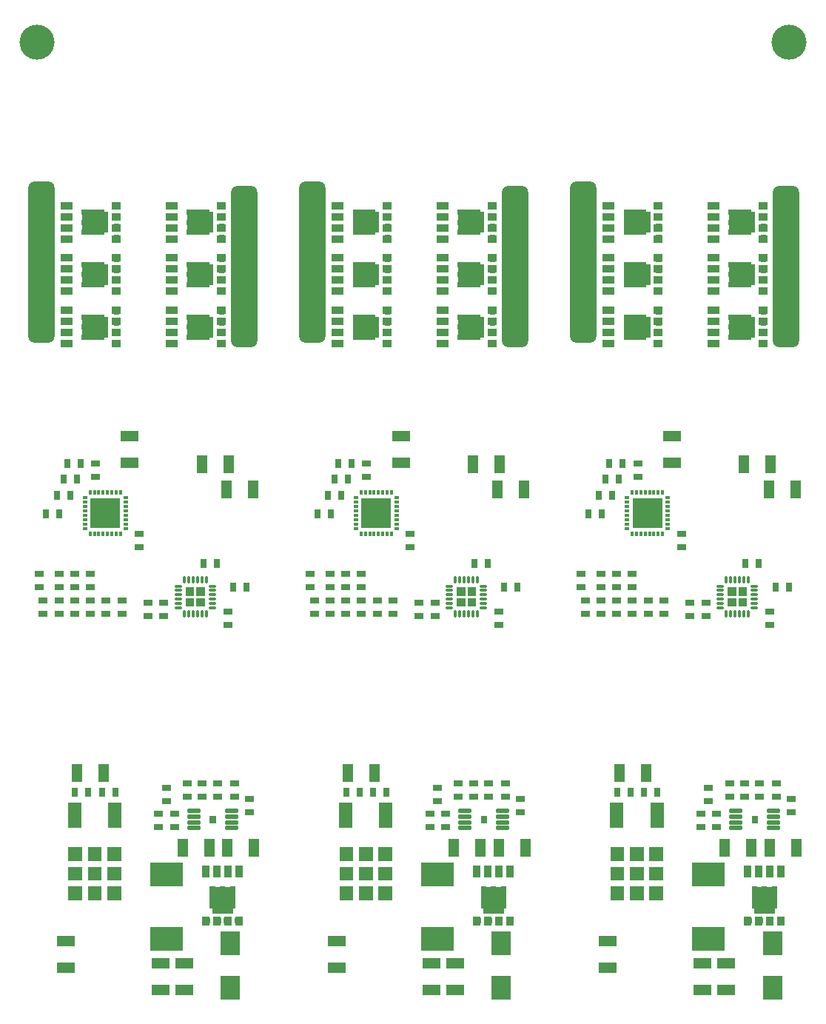
<source format=gtp>
%TF.GenerationSoftware,KiCad,Pcbnew,6.0.4-6f826c9f35~116~ubuntu20.04.1*%
%TF.CreationDate,2022-04-22T17:02:12+02:00*%
%TF.ProjectId,crawl_esc_pan,63726177-6c5f-4657-9363-5f70616e2e6b,rev?*%
%TF.SameCoordinates,Original*%
%TF.FileFunction,Paste,Top*%
%TF.FilePolarity,Positive*%
%FSLAX46Y46*%
G04 Gerber Fmt 4.6, Leading zero omitted, Abs format (unit mm)*
G04 Created by KiCad (PCBNEW 6.0.4-6f826c9f35~116~ubuntu20.04.1) date 2022-04-22 17:02:12*
%MOMM*%
%LPD*%
G01*
G04 APERTURE LIST*
G04 Aperture macros list*
%AMRoundRect*
0 Rectangle with rounded corners*
0 $1 Rounding radius*
0 $2 $3 $4 $5 $6 $7 $8 $9 X,Y pos of 4 corners*
0 Add a 4 corners polygon primitive as box body*
4,1,4,$2,$3,$4,$5,$6,$7,$8,$9,$2,$3,0*
0 Add four circle primitives for the rounded corners*
1,1,$1+$1,$2,$3*
1,1,$1+$1,$4,$5*
1,1,$1+$1,$6,$7*
1,1,$1+$1,$8,$9*
0 Add four rect primitives between the rounded corners*
20,1,$1+$1,$2,$3,$4,$5,0*
20,1,$1+$1,$4,$5,$6,$7,0*
20,1,$1+$1,$6,$7,$8,$9,0*
20,1,$1+$1,$8,$9,$2,$3,0*%
G04 Aperture macros list end*
%ADD10C,0.000000*%
%ADD11R,1.016000X0.762000*%
%ADD12R,2.006600X1.193800*%
%ADD13C,4.000000*%
%ADD14R,0.762000X1.016000*%
%ADD15R,1.450000X0.850000*%
%ADD16R,1.050000X0.850000*%
%ADD17R,0.600000X0.300000*%
%ADD18R,0.300000X0.600000*%
%ADD19R,3.450000X3.450000*%
%ADD20RoundRect,0.060000X-0.675000X-0.180000X0.675000X-0.180000X0.675000X0.180000X-0.675000X0.180000X0*%
%ADD21R,1.193800X2.006600*%
%ADD22R,1.600000X3.000000*%
%ADD23R,3.810000X2.794000*%
%ADD24RoundRect,0.067500X-0.347500X-0.067500X0.347500X-0.067500X0.347500X0.067500X-0.347500X0.067500X0*%
%ADD25RoundRect,0.067500X0.067500X-0.347500X0.067500X0.347500X-0.067500X0.347500X-0.067500X-0.347500X0*%
%ADD26RoundRect,0.067500X0.347500X0.067500X-0.347500X0.067500X-0.347500X-0.067500X0.347500X-0.067500X0*%
%ADD27RoundRect,0.067500X-0.067500X0.347500X-0.067500X-0.347500X0.067500X-0.347500X0.067500X0.347500X0*%
%ADD28RoundRect,0.750000X-0.750000X-8.500000X0.750000X-8.500000X0.750000X8.500000X-0.750000X8.500000X0*%
%ADD29R,0.850000X1.450000*%
%ADD30R,0.850000X1.050000*%
%ADD31R,2.200000X2.700000*%
G04 APERTURE END LIST*
D10*
G36*
X131401100Y-62853597D02*
G01*
X130501098Y-62853597D01*
X130501098Y-62253597D01*
X131401100Y-62253597D01*
X131401100Y-62853597D01*
G37*
G36*
X110301100Y-71908597D02*
G01*
X109251100Y-71908597D01*
X109251100Y-71308597D01*
X110301100Y-71308597D01*
X110301100Y-71908597D01*
G37*
G36*
X101790645Y-135223376D02*
G01*
X100210642Y-135223376D01*
X100210642Y-133643376D01*
X101790645Y-133643376D01*
X101790645Y-135223376D01*
G37*
G36*
X117050642Y-135353378D02*
G01*
X116450642Y-135353378D01*
X116450642Y-134453376D01*
X117050642Y-134453376D01*
X117050642Y-135353378D01*
G37*
G36*
X143401100Y-64003597D02*
G01*
X142501100Y-64003597D01*
X142501100Y-63403597D01*
X143401100Y-63403597D01*
X143401100Y-64003597D01*
G37*
G36*
X115801100Y-72028597D02*
G01*
X115201100Y-72028597D01*
X115201100Y-71128599D01*
X115801100Y-71128599D01*
X115801100Y-72028597D01*
G37*
G36*
X81401100Y-65153597D02*
G01*
X80501100Y-65153597D01*
X80501100Y-64553597D01*
X81401100Y-64553597D01*
X81401100Y-65153597D01*
G37*
G36*
X146801100Y-62278597D02*
G01*
X146201100Y-62278597D01*
X146201100Y-61378597D01*
X146801100Y-61378597D01*
X146801100Y-62278597D01*
G37*
G36*
X71101098Y-68853597D02*
G01*
X70201100Y-68853597D01*
X70201100Y-68253597D01*
X71101098Y-68253597D01*
X71101098Y-68853597D01*
G37*
G36*
X148050642Y-135353378D02*
G01*
X147450642Y-135353378D01*
X147450642Y-134453376D01*
X148050642Y-134453376D01*
X148050642Y-135353378D01*
G37*
G36*
X134801100Y-70753597D02*
G01*
X134201098Y-70753597D01*
X134201098Y-69853597D01*
X134801100Y-69853597D01*
X134801100Y-70753597D01*
G37*
G36*
X113251100Y-56853597D02*
G01*
X112351100Y-56853597D01*
X112351100Y-56253599D01*
X113251100Y-56253599D01*
X113251100Y-56853597D01*
G37*
G36*
X82251100Y-70003597D02*
G01*
X81351100Y-70003597D01*
X81351100Y-69403597D01*
X82251100Y-69403597D01*
X82251100Y-70003597D01*
G37*
G36*
X70790645Y-135223376D02*
G01*
X69210642Y-135223376D01*
X69210642Y-133643376D01*
X70790645Y-133643376D01*
X70790645Y-135223376D01*
G37*
G36*
X72801100Y-60028597D02*
G01*
X72201098Y-60028597D01*
X72201098Y-59128600D01*
X72801100Y-59128600D01*
X72801100Y-60028597D01*
G37*
G36*
X112401100Y-65153597D02*
G01*
X111501100Y-65153597D01*
X111501100Y-64553597D01*
X112401100Y-64553597D01*
X112401100Y-65153597D01*
G37*
G36*
X98301098Y-65908597D02*
G01*
X97251098Y-65908597D01*
X97251098Y-65308597D01*
X98301098Y-65308597D01*
X98301098Y-65908597D01*
G37*
G36*
X141301100Y-59908597D02*
G01*
X140251100Y-59908597D01*
X140251100Y-59308600D01*
X141301100Y-59308600D01*
X141301100Y-59908597D01*
G37*
G36*
X115900642Y-135353378D02*
G01*
X115300642Y-135353378D01*
X115300642Y-134453376D01*
X115900642Y-134453376D01*
X115900642Y-135353378D01*
G37*
G36*
X104020642Y-132993378D02*
G01*
X102440642Y-132993378D01*
X102440642Y-131413376D01*
X104020642Y-131413376D01*
X104020642Y-132993378D01*
G37*
G36*
X146900642Y-135353378D02*
G01*
X146300642Y-135353378D01*
X146300642Y-134453376D01*
X146900642Y-134453376D01*
X146900642Y-135353378D01*
G37*
G36*
X79301100Y-59908597D02*
G01*
X78251100Y-59908597D01*
X78251100Y-59308600D01*
X79301100Y-59308600D01*
X79301100Y-59908597D01*
G37*
G36*
X146801100Y-58753599D02*
G01*
X146201100Y-58753599D01*
X146201100Y-57853599D01*
X146801100Y-57853599D01*
X146801100Y-58753599D01*
G37*
G36*
X143401100Y-68853597D02*
G01*
X142501100Y-68853597D01*
X142501100Y-68253597D01*
X143401100Y-68253597D01*
X143401100Y-68853597D01*
G37*
G36*
X145541100Y-70889597D02*
G01*
X142561100Y-70889597D01*
X142561100Y-68517597D01*
X145541100Y-68517597D01*
X145541100Y-70889597D01*
G37*
G36*
X68560644Y-132993378D02*
G01*
X66980645Y-132993378D01*
X66980645Y-131413376D01*
X68560644Y-131413376D01*
X68560644Y-132993378D01*
G37*
G36*
X144251100Y-65153597D02*
G01*
X143351100Y-65153597D01*
X143351100Y-64553597D01*
X144251100Y-64553597D01*
X144251100Y-65153597D01*
G37*
G36*
X113251100Y-64003597D02*
G01*
X112351100Y-64003597D01*
X112351100Y-63403597D01*
X113251100Y-63403597D01*
X113251100Y-64003597D01*
G37*
G36*
X145541100Y-58889599D02*
G01*
X142561100Y-58889599D01*
X142561100Y-56517599D01*
X145541100Y-56517599D01*
X145541100Y-58889599D01*
G37*
G36*
X141301100Y-56098597D02*
G01*
X140251100Y-56098597D01*
X140251100Y-55498600D01*
X141301100Y-55498600D01*
X141301100Y-56098597D01*
G37*
G36*
X69401100Y-59153599D02*
G01*
X68501098Y-59153599D01*
X68501098Y-58553600D01*
X69401100Y-58553600D01*
X69401100Y-59153599D01*
G37*
G36*
X85535642Y-132403376D02*
G01*
X84935642Y-132403376D01*
X84935642Y-131353376D01*
X85535642Y-131353376D01*
X85535642Y-132403376D01*
G37*
G36*
X132790645Y-130763376D02*
G01*
X131210642Y-130763376D01*
X131210642Y-129183378D01*
X132790645Y-129183378D01*
X132790645Y-130763376D01*
G37*
G36*
X84265642Y-132403376D02*
G01*
X83665642Y-132403376D01*
X83665642Y-131353376D01*
X84265642Y-131353376D01*
X84265642Y-132403376D01*
G37*
G36*
X81401100Y-70003597D02*
G01*
X80501100Y-70003597D01*
X80501100Y-69403597D01*
X81401100Y-69403597D01*
X81401100Y-70003597D01*
G37*
G36*
X83101100Y-65153597D02*
G01*
X82201100Y-65153597D01*
X82201100Y-64553597D01*
X83101100Y-64553597D01*
X83101100Y-65153597D01*
G37*
G36*
X84450642Y-137903378D02*
G01*
X83550642Y-137903378D01*
X83550642Y-137303376D01*
X84450642Y-137303376D01*
X84450642Y-137903378D01*
G37*
G36*
X145750642Y-135353378D02*
G01*
X145150642Y-135353378D01*
X145150642Y-134453376D01*
X145750642Y-134453376D01*
X145750642Y-135353378D01*
G37*
G36*
X133541100Y-58889599D02*
G01*
X130561098Y-58889599D01*
X130561098Y-56517599D01*
X133541100Y-56517599D01*
X133541100Y-58889599D01*
G37*
G36*
X81401100Y-56853597D02*
G01*
X80501100Y-56853597D01*
X80501100Y-56253599D01*
X81401100Y-56253599D01*
X81401100Y-56853597D01*
G37*
G36*
X117925642Y-137903378D02*
G01*
X117025642Y-137903378D01*
X117025642Y-137303376D01*
X117925642Y-137303376D01*
X117925642Y-137903378D01*
G37*
G36*
X102101098Y-65153597D02*
G01*
X101201100Y-65153597D01*
X101201100Y-64553597D01*
X102101098Y-64553597D01*
X102101098Y-65153597D01*
G37*
G36*
X132251100Y-64003597D02*
G01*
X131351100Y-64003597D01*
X131351100Y-63403597D01*
X132251100Y-63403597D01*
X132251100Y-64003597D01*
G37*
G36*
X73020642Y-132993378D02*
G01*
X71440642Y-132993378D01*
X71440642Y-131413376D01*
X73020642Y-131413376D01*
X73020642Y-132993378D01*
G37*
G36*
X148805642Y-132403376D02*
G01*
X148205642Y-132403376D01*
X148205642Y-131353376D01*
X148805642Y-131353376D01*
X148805642Y-132403376D01*
G37*
G36*
X79301100Y-71908597D02*
G01*
X78251100Y-71908597D01*
X78251100Y-71308597D01*
X79301100Y-71308597D01*
X79301100Y-71908597D01*
G37*
G36*
X100401100Y-68853597D02*
G01*
X99501098Y-68853597D01*
X99501098Y-68253597D01*
X100401100Y-68253597D01*
X100401100Y-68853597D01*
G37*
G36*
X73020642Y-135223376D02*
G01*
X71440642Y-135223376D01*
X71440642Y-133643376D01*
X73020642Y-133643376D01*
X73020642Y-135223376D01*
G37*
G36*
X141301100Y-62098597D02*
G01*
X140251100Y-62098597D01*
X140251100Y-61498597D01*
X141301100Y-61498597D01*
X141301100Y-62098597D01*
G37*
G36*
X79301100Y-64638597D02*
G01*
X78251100Y-64638597D01*
X78251100Y-64038597D01*
X79301100Y-64038597D01*
X79301100Y-64638597D01*
G37*
G36*
X102541100Y-64889597D02*
G01*
X99561098Y-64889597D01*
X99561098Y-62517597D01*
X102541100Y-62517597D01*
X102541100Y-64889597D01*
G37*
G36*
X102101098Y-71153597D02*
G01*
X101201100Y-71153597D01*
X101201100Y-70553599D01*
X102101098Y-70553599D01*
X102101098Y-71153597D01*
G37*
G36*
X70251100Y-71153597D02*
G01*
X69351100Y-71153597D01*
X69351100Y-70553599D01*
X70251100Y-70553599D01*
X70251100Y-71153597D01*
G37*
G36*
X133101098Y-62853597D02*
G01*
X132201100Y-62853597D01*
X132201100Y-62253597D01*
X133101098Y-62253597D01*
X133101098Y-62853597D01*
G37*
G36*
X115801100Y-70753597D02*
G01*
X115201100Y-70753597D01*
X115201100Y-69853597D01*
X115801100Y-69853597D01*
X115801100Y-70753597D01*
G37*
G36*
X103801100Y-57553599D02*
G01*
X103201098Y-57553599D01*
X103201098Y-56653597D01*
X103801100Y-56653597D01*
X103801100Y-57553599D01*
G37*
G36*
X114750642Y-134503376D02*
G01*
X114150642Y-134503376D01*
X114150642Y-133603376D01*
X114750642Y-133603376D01*
X114750642Y-134503376D01*
G37*
G36*
X103801100Y-64753597D02*
G01*
X103201098Y-64753597D01*
X103201098Y-63853597D01*
X103801100Y-63853597D01*
X103801100Y-64753597D01*
G37*
G36*
X85650642Y-137903378D02*
G01*
X84750642Y-137903378D01*
X84750642Y-137303376D01*
X85650642Y-137303376D01*
X85650642Y-137903378D01*
G37*
G36*
X81401100Y-59153599D02*
G01*
X80501100Y-59153599D01*
X80501100Y-58553600D01*
X81401100Y-58553600D01*
X81401100Y-59153599D01*
G37*
G36*
X102101098Y-58003597D02*
G01*
X101201100Y-58003597D01*
X101201100Y-57403600D01*
X102101098Y-57403600D01*
X102101098Y-58003597D01*
G37*
G36*
X86050642Y-135353378D02*
G01*
X85450642Y-135353378D01*
X85450642Y-134453376D01*
X86050642Y-134453376D01*
X86050642Y-135353378D01*
G37*
G36*
X82586516Y-101653672D02*
G01*
X81626516Y-101653672D01*
X81626516Y-100693672D01*
X82586516Y-100693672D01*
X82586516Y-101653672D01*
G37*
G36*
X114101100Y-68853597D02*
G01*
X113201100Y-68853597D01*
X113201100Y-68253597D01*
X114101100Y-68253597D01*
X114101100Y-68853597D01*
G37*
G36*
X100401100Y-59153599D02*
G01*
X99501098Y-59153599D01*
X99501098Y-58553600D01*
X100401100Y-58553600D01*
X100401100Y-59153599D01*
G37*
G36*
X146801100Y-57553599D02*
G01*
X146201100Y-57553599D01*
X146201100Y-56653597D01*
X146801100Y-56653597D01*
X146801100Y-57553599D01*
G37*
G36*
X101251100Y-62853597D02*
G01*
X100351100Y-62853597D01*
X100351100Y-62253597D01*
X101251100Y-62253597D01*
X101251100Y-62853597D01*
G37*
G36*
X102101098Y-70003597D02*
G01*
X101201100Y-70003597D01*
X101201100Y-69403597D01*
X102101098Y-69403597D01*
X102101098Y-70003597D01*
G37*
G36*
X83541100Y-58889599D02*
G01*
X80561100Y-58889599D01*
X80561100Y-56517599D01*
X83541100Y-56517599D01*
X83541100Y-58889599D01*
G37*
G36*
X132251100Y-58003597D02*
G01*
X131351100Y-58003597D01*
X131351100Y-57403600D01*
X132251100Y-57403600D01*
X132251100Y-58003597D01*
G37*
G36*
X115801100Y-56278597D02*
G01*
X115201100Y-56278597D01*
X115201100Y-55378600D01*
X115801100Y-55378600D01*
X115801100Y-56278597D01*
G37*
G36*
X112366516Y-100433672D02*
G01*
X111406515Y-100433672D01*
X111406515Y-99473672D01*
X112366516Y-99473672D01*
X112366516Y-100433672D01*
G37*
G36*
X82251100Y-58003597D02*
G01*
X81351100Y-58003597D01*
X81351100Y-57403600D01*
X82251100Y-57403600D01*
X82251100Y-58003597D01*
G37*
G36*
X113251100Y-58003597D02*
G01*
X112351100Y-58003597D01*
X112351100Y-57403600D01*
X113251100Y-57403600D01*
X113251100Y-58003597D01*
G37*
G36*
X70251100Y-68853597D02*
G01*
X69351100Y-68853597D01*
X69351100Y-68253597D01*
X70251100Y-68253597D01*
X70251100Y-68853597D01*
G37*
G36*
X146900642Y-134503376D02*
G01*
X146300642Y-134503376D01*
X146300642Y-133603376D01*
X146900642Y-133603376D01*
X146900642Y-134503376D01*
G37*
G36*
X103801100Y-68278597D02*
G01*
X103201098Y-68278597D01*
X103201098Y-67378599D01*
X103801100Y-67378599D01*
X103801100Y-68278597D01*
G37*
G36*
X112401100Y-70003597D02*
G01*
X111501100Y-70003597D01*
X111501100Y-69403597D01*
X112401100Y-69403597D01*
X112401100Y-70003597D01*
G37*
G36*
X110301100Y-57368597D02*
G01*
X109251100Y-57368597D01*
X109251100Y-56768600D01*
X110301100Y-56768600D01*
X110301100Y-57368597D01*
G37*
G36*
X103801100Y-62278597D02*
G01*
X103201098Y-62278597D01*
X103201098Y-61378597D01*
X103801100Y-61378597D01*
X103801100Y-62278597D01*
G37*
G36*
X69401100Y-65153597D02*
G01*
X68501098Y-65153597D01*
X68501098Y-64553597D01*
X69401100Y-64553597D01*
X69401100Y-65153597D01*
G37*
G36*
X79301100Y-62098597D02*
G01*
X78251100Y-62098597D01*
X78251100Y-61498597D01*
X79301100Y-61498597D01*
X79301100Y-62098597D01*
G37*
G36*
X116535642Y-132403376D02*
G01*
X115935642Y-132403376D01*
X115935642Y-131353376D01*
X116535642Y-131353376D01*
X116535642Y-132403376D01*
G37*
G36*
X67301098Y-70638597D02*
G01*
X66251098Y-70638597D01*
X66251098Y-70038597D01*
X67301098Y-70038597D01*
X67301098Y-70638597D01*
G37*
G36*
X70251100Y-65153597D02*
G01*
X69351100Y-65153597D01*
X69351100Y-64553597D01*
X70251100Y-64553597D01*
X70251100Y-65153597D01*
G37*
G36*
X144995642Y-132403376D02*
G01*
X144395642Y-132403376D01*
X144395642Y-131353376D01*
X144995642Y-131353376D01*
X144995642Y-132403376D01*
G37*
G36*
X98301098Y-62098597D02*
G01*
X97251098Y-62098597D01*
X97251098Y-61498597D01*
X98301098Y-61498597D01*
X98301098Y-62098597D01*
G37*
G36*
X115801100Y-63553597D02*
G01*
X115201100Y-63553597D01*
X115201100Y-62653597D01*
X115801100Y-62653597D01*
X115801100Y-63553597D01*
G37*
G36*
X129301098Y-56098597D02*
G01*
X128251098Y-56098597D01*
X128251098Y-55498600D01*
X129301098Y-55498600D01*
X129301098Y-56098597D01*
G37*
G36*
X84801100Y-56278597D02*
G01*
X84201100Y-56278597D01*
X84201100Y-55378600D01*
X84801100Y-55378600D01*
X84801100Y-56278597D01*
G37*
G36*
X84801100Y-62278597D02*
G01*
X84201100Y-62278597D01*
X84201100Y-61378597D01*
X84801100Y-61378597D01*
X84801100Y-62278597D01*
G37*
G36*
X145541100Y-64889597D02*
G01*
X142561100Y-64889597D01*
X142561100Y-62517597D01*
X145541100Y-62517597D01*
X145541100Y-64889597D01*
G37*
G36*
X70251100Y-58003597D02*
G01*
X69351100Y-58003597D01*
X69351100Y-57403600D01*
X70251100Y-57403600D01*
X70251100Y-58003597D01*
G37*
G36*
X113251100Y-59153599D02*
G01*
X112351100Y-59153599D01*
X112351100Y-58553600D01*
X113251100Y-58553600D01*
X113251100Y-59153599D01*
G37*
G36*
X114101100Y-56853597D02*
G01*
X113201100Y-56853597D01*
X113201100Y-56253599D01*
X114101100Y-56253599D01*
X114101100Y-56853597D01*
G37*
G36*
X70251100Y-62853597D02*
G01*
X69351100Y-62853597D01*
X69351100Y-62253597D01*
X70251100Y-62253597D01*
X70251100Y-62853597D01*
G37*
G36*
X110301100Y-56098597D02*
G01*
X109251100Y-56098597D01*
X109251100Y-55498600D01*
X110301100Y-55498600D01*
X110301100Y-56098597D01*
G37*
G36*
X133101098Y-59153599D02*
G01*
X132201100Y-59153599D01*
X132201100Y-58553600D01*
X133101098Y-58553600D01*
X133101098Y-59153599D01*
G37*
G36*
X84900642Y-136203376D02*
G01*
X84300642Y-136203376D01*
X84300642Y-135303378D01*
X84900642Y-135303378D01*
X84900642Y-136203376D01*
G37*
G36*
X100401100Y-62853597D02*
G01*
X99501098Y-62853597D01*
X99501098Y-62253597D01*
X100401100Y-62253597D01*
X100401100Y-62853597D01*
G37*
G36*
X141301100Y-58638597D02*
G01*
X140251100Y-58638597D01*
X140251100Y-58038600D01*
X141301100Y-58038600D01*
X141301100Y-58638597D01*
G37*
G36*
X70251100Y-56853597D02*
G01*
X69351100Y-56853597D01*
X69351100Y-56253599D01*
X70251100Y-56253599D01*
X70251100Y-56853597D01*
G37*
G36*
X133101098Y-71153597D02*
G01*
X132201100Y-71153597D01*
X132201100Y-70553599D01*
X133101098Y-70553599D01*
X133101098Y-71153597D01*
G37*
G36*
X146801100Y-66028597D02*
G01*
X146201100Y-66028597D01*
X146201100Y-65128597D01*
X146801100Y-65128597D01*
X146801100Y-66028597D01*
G37*
G36*
X144251100Y-56853597D02*
G01*
X143351100Y-56853597D01*
X143351100Y-56253599D01*
X144251100Y-56253599D01*
X144251100Y-56853597D01*
G37*
G36*
X110301100Y-69368597D02*
G01*
X109251100Y-69368597D01*
X109251100Y-68768597D01*
X110301100Y-68768597D01*
X110301100Y-69368597D01*
G37*
G36*
X113586516Y-101653672D02*
G01*
X112626516Y-101653672D01*
X112626516Y-100693672D01*
X113586516Y-100693672D01*
X113586516Y-101653672D01*
G37*
G36*
X131401100Y-65153597D02*
G01*
X130501098Y-65153597D01*
X130501098Y-64553597D01*
X131401100Y-64553597D01*
X131401100Y-65153597D01*
G37*
G36*
X132251100Y-71153597D02*
G01*
X131351100Y-71153597D01*
X131351100Y-70553599D01*
X132251100Y-70553599D01*
X132251100Y-71153597D01*
G37*
G36*
X112366516Y-101653672D02*
G01*
X111406515Y-101653672D01*
X111406515Y-100693672D01*
X112366516Y-100693672D01*
X112366516Y-101653672D01*
G37*
G36*
X102101098Y-59153599D02*
G01*
X101201100Y-59153599D01*
X101201100Y-58553600D01*
X102101098Y-58553600D01*
X102101098Y-59153599D01*
G37*
G36*
X81401100Y-68853597D02*
G01*
X80501100Y-68853597D01*
X80501100Y-68253597D01*
X81401100Y-68253597D01*
X81401100Y-68853597D01*
G37*
G36*
X103801100Y-60028597D02*
G01*
X103201098Y-60028597D01*
X103201098Y-59128600D01*
X103801100Y-59128600D01*
X103801100Y-60028597D01*
G37*
G36*
X82251100Y-68853597D02*
G01*
X81351100Y-68853597D01*
X81351100Y-68253597D01*
X82251100Y-68253597D01*
X82251100Y-68853597D01*
G37*
G36*
X110301100Y-63368597D02*
G01*
X109251100Y-63368597D01*
X109251100Y-62768597D01*
X110301100Y-62768597D01*
X110301100Y-63368597D01*
G37*
G36*
X143401100Y-59153599D02*
G01*
X142501100Y-59153599D01*
X142501100Y-58553600D01*
X143401100Y-58553600D01*
X143401100Y-59153599D01*
G37*
G36*
X110301100Y-68098597D02*
G01*
X109251100Y-68098597D01*
X109251100Y-67498597D01*
X110301100Y-67498597D01*
X110301100Y-68098597D01*
G37*
G36*
X71101098Y-62853597D02*
G01*
X70201100Y-62853597D01*
X70201100Y-62253597D01*
X71101098Y-62253597D01*
X71101098Y-62853597D01*
G37*
G36*
X100401100Y-71153597D02*
G01*
X99501098Y-71153597D01*
X99501098Y-70553599D01*
X100401100Y-70553599D01*
X100401100Y-71153597D01*
G37*
G36*
X100401100Y-65153597D02*
G01*
X99501098Y-65153597D01*
X99501098Y-64553597D01*
X100401100Y-64553597D01*
X100401100Y-65153597D01*
G37*
G36*
X132251100Y-62853597D02*
G01*
X131351100Y-62853597D01*
X131351100Y-62253597D01*
X132251100Y-62253597D01*
X132251100Y-62853597D01*
G37*
G36*
X98301098Y-56098597D02*
G01*
X97251098Y-56098597D01*
X97251098Y-55498600D01*
X98301098Y-55498600D01*
X98301098Y-56098597D01*
G37*
G36*
X134801100Y-69553597D02*
G01*
X134201098Y-69553597D01*
X134201098Y-68653597D01*
X134801100Y-68653597D01*
X134801100Y-69553597D01*
G37*
G36*
X72801100Y-63553597D02*
G01*
X72201098Y-63553597D01*
X72201098Y-62653597D01*
X72801100Y-62653597D01*
X72801100Y-63553597D01*
G37*
G36*
X115801100Y-68278597D02*
G01*
X115201100Y-68278597D01*
X115201100Y-67378599D01*
X115801100Y-67378599D01*
X115801100Y-68278597D01*
G37*
G36*
X114750642Y-135353378D02*
G01*
X114150642Y-135353378D01*
X114150642Y-134453376D01*
X114750642Y-134453376D01*
X114750642Y-135353378D01*
G37*
G36*
X129301098Y-58638597D02*
G01*
X128251098Y-58638597D01*
X128251098Y-58038600D01*
X129301098Y-58038600D01*
X129301098Y-58638597D01*
G37*
G36*
X113251100Y-62853597D02*
G01*
X112351100Y-62853597D01*
X112351100Y-62253597D01*
X113251100Y-62253597D01*
X113251100Y-62853597D01*
G37*
G36*
X115900642Y-134503376D02*
G01*
X115300642Y-134503376D01*
X115300642Y-133603376D01*
X115900642Y-133603376D01*
X115900642Y-134503376D01*
G37*
G36*
X72801100Y-70753597D02*
G01*
X72201098Y-70753597D01*
X72201098Y-69853597D01*
X72801100Y-69853597D01*
X72801100Y-70753597D01*
G37*
G36*
X133541100Y-64889597D02*
G01*
X130561098Y-64889597D01*
X130561098Y-62517597D01*
X133541100Y-62517597D01*
X133541100Y-64889597D01*
G37*
G36*
X115801100Y-58753599D02*
G01*
X115201100Y-58753599D01*
X115201100Y-57853599D01*
X115801100Y-57853599D01*
X115801100Y-58753599D01*
G37*
G36*
X68560644Y-135223376D02*
G01*
X66980645Y-135223376D01*
X66980645Y-133643376D01*
X68560644Y-133643376D01*
X68560644Y-135223376D01*
G37*
G36*
X114101100Y-65153597D02*
G01*
X113201100Y-65153597D01*
X113201100Y-64553597D01*
X114101100Y-64553597D01*
X114101100Y-65153597D01*
G37*
G36*
X69401100Y-56853597D02*
G01*
X68501098Y-56853597D01*
X68501098Y-56253599D01*
X69401100Y-56253599D01*
X69401100Y-56853597D01*
G37*
G36*
X83101100Y-68853597D02*
G01*
X82201100Y-68853597D01*
X82201100Y-68253597D01*
X83101100Y-68253597D01*
X83101100Y-68853597D01*
G37*
G36*
X82251100Y-62853597D02*
G01*
X81351100Y-62853597D01*
X81351100Y-62253597D01*
X82251100Y-62253597D01*
X82251100Y-62853597D01*
G37*
G36*
X131401100Y-64003597D02*
G01*
X130501098Y-64003597D01*
X130501098Y-63403597D01*
X131401100Y-63403597D01*
X131401100Y-64003597D01*
G37*
G36*
X81401100Y-64003597D02*
G01*
X80501100Y-64003597D01*
X80501100Y-63403597D01*
X81401100Y-63403597D01*
X81401100Y-64003597D01*
G37*
G36*
X101251100Y-71153597D02*
G01*
X100351100Y-71153597D01*
X100351100Y-70553599D01*
X101251100Y-70553599D01*
X101251100Y-71153597D01*
G37*
G36*
X83750642Y-135353378D02*
G01*
X83150642Y-135353378D01*
X83150642Y-134453376D01*
X83750642Y-134453376D01*
X83750642Y-135353378D01*
G37*
G36*
X71101098Y-64003597D02*
G01*
X70201100Y-64003597D01*
X70201100Y-63403597D01*
X71101098Y-63403597D01*
X71101098Y-64003597D01*
G37*
G36*
X83750642Y-136203376D02*
G01*
X83150642Y-136203376D01*
X83150642Y-135303378D01*
X83750642Y-135303378D01*
X83750642Y-136203376D01*
G37*
G36*
X98301098Y-70638597D02*
G01*
X97251098Y-70638597D01*
X97251098Y-70038597D01*
X98301098Y-70038597D01*
X98301098Y-70638597D01*
G37*
G36*
X146801100Y-68278597D02*
G01*
X146201100Y-68278597D01*
X146201100Y-67378599D01*
X146801100Y-67378599D01*
X146801100Y-68278597D01*
G37*
G36*
X145101100Y-64003597D02*
G01*
X144201100Y-64003597D01*
X144201100Y-63403597D01*
X145101100Y-63403597D01*
X145101100Y-64003597D01*
G37*
G36*
X69401100Y-68853597D02*
G01*
X68501098Y-68853597D01*
X68501098Y-68253597D01*
X69401100Y-68253597D01*
X69401100Y-68853597D01*
G37*
G36*
X86925642Y-137903378D02*
G01*
X86025642Y-137903378D01*
X86025642Y-137303376D01*
X86925642Y-137303376D01*
X86925642Y-137903378D01*
G37*
G36*
X67301098Y-59908597D02*
G01*
X66251098Y-59908597D01*
X66251098Y-59308600D01*
X67301098Y-59308600D01*
X67301098Y-59908597D01*
G37*
G36*
X132251100Y-65153597D02*
G01*
X131351100Y-65153597D01*
X131351100Y-64553597D01*
X132251100Y-64553597D01*
X132251100Y-65153597D01*
G37*
G36*
X100401100Y-64003597D02*
G01*
X99501098Y-64003597D01*
X99501098Y-63403597D01*
X100401100Y-63403597D01*
X100401100Y-64003597D01*
G37*
G36*
X72801100Y-69553597D02*
G01*
X72201098Y-69553597D01*
X72201098Y-68653597D01*
X72801100Y-68653597D01*
X72801100Y-69553597D01*
G37*
G36*
X101251100Y-65153597D02*
G01*
X100351100Y-65153597D01*
X100351100Y-64553597D01*
X101251100Y-64553597D01*
X101251100Y-65153597D01*
G37*
G36*
X134801100Y-63553597D02*
G01*
X134201098Y-63553597D01*
X134201098Y-62653597D01*
X134801100Y-62653597D01*
X134801100Y-63553597D01*
G37*
G36*
X144251100Y-68853597D02*
G01*
X143351100Y-68853597D01*
X143351100Y-68253597D01*
X144251100Y-68253597D01*
X144251100Y-68853597D01*
G37*
G36*
X98301098Y-68098597D02*
G01*
X97251098Y-68098597D01*
X97251098Y-67498597D01*
X98301098Y-67498597D01*
X98301098Y-68098597D01*
G37*
G36*
X71101098Y-70003597D02*
G01*
X70201100Y-70003597D01*
X70201100Y-69403597D01*
X71101098Y-69403597D01*
X71101098Y-70003597D01*
G37*
G36*
X79301100Y-70638597D02*
G01*
X78251100Y-70638597D01*
X78251100Y-70038597D01*
X79301100Y-70038597D01*
X79301100Y-70638597D01*
G37*
G36*
X67301098Y-56098597D02*
G01*
X66251098Y-56098597D01*
X66251098Y-55498600D01*
X67301098Y-55498600D01*
X67301098Y-56098597D01*
G37*
G36*
X117805642Y-132403376D02*
G01*
X117205642Y-132403376D01*
X117205642Y-131353376D01*
X117805642Y-131353376D01*
X117805642Y-132403376D01*
G37*
G36*
X72801100Y-56278597D02*
G01*
X72201098Y-56278597D01*
X72201098Y-55378600D01*
X72801100Y-55378600D01*
X72801100Y-56278597D01*
G37*
G36*
X143366516Y-100433672D02*
G01*
X142406515Y-100433672D01*
X142406515Y-99473672D01*
X143366516Y-99473672D01*
X143366516Y-100433672D01*
G37*
G36*
X148050642Y-134503376D02*
G01*
X147450642Y-134503376D01*
X147450642Y-133603376D01*
X148050642Y-133603376D01*
X148050642Y-134503376D01*
G37*
G36*
X144251100Y-58003597D02*
G01*
X143351100Y-58003597D01*
X143351100Y-57403600D01*
X144251100Y-57403600D01*
X144251100Y-58003597D01*
G37*
G36*
X143401100Y-56853597D02*
G01*
X142501100Y-56853597D01*
X142501100Y-56253599D01*
X143401100Y-56253599D01*
X143401100Y-56853597D01*
G37*
G36*
X100401100Y-56853597D02*
G01*
X99501098Y-56853597D01*
X99501098Y-56253599D01*
X100401100Y-56253599D01*
X100401100Y-56853597D01*
G37*
G36*
X99560644Y-132993378D02*
G01*
X97980645Y-132993378D01*
X97980645Y-131413376D01*
X99560644Y-131413376D01*
X99560644Y-132993378D01*
G37*
G36*
X146801100Y-56278597D02*
G01*
X146201100Y-56278597D01*
X146201100Y-55378600D01*
X146801100Y-55378600D01*
X146801100Y-56278597D01*
G37*
G36*
X82251100Y-64003597D02*
G01*
X81351100Y-64003597D01*
X81351100Y-63403597D01*
X82251100Y-63403597D01*
X82251100Y-64003597D01*
G37*
G36*
X114101100Y-62853597D02*
G01*
X113201100Y-62853597D01*
X113201100Y-62253597D01*
X114101100Y-62253597D01*
X114101100Y-62853597D01*
G37*
G36*
X134801100Y-72028597D02*
G01*
X134201098Y-72028597D01*
X134201098Y-71128599D01*
X134801100Y-71128599D01*
X134801100Y-72028597D01*
G37*
G36*
X84801100Y-63553597D02*
G01*
X84201100Y-63553597D01*
X84201100Y-62653597D01*
X84801100Y-62653597D01*
X84801100Y-63553597D01*
G37*
G36*
X115265642Y-132403376D02*
G01*
X114665642Y-132403376D01*
X114665642Y-131353376D01*
X115265642Y-131353376D01*
X115265642Y-132403376D01*
G37*
G36*
X83101100Y-70003597D02*
G01*
X82201100Y-70003597D01*
X82201100Y-69403597D01*
X83101100Y-69403597D01*
X83101100Y-70003597D01*
G37*
G36*
X144251100Y-62853597D02*
G01*
X143351100Y-62853597D01*
X143351100Y-62253597D01*
X144251100Y-62253597D01*
X144251100Y-62853597D01*
G37*
G36*
X71541100Y-64889597D02*
G01*
X68561098Y-64889597D01*
X68561098Y-62517597D01*
X71541100Y-62517597D01*
X71541100Y-64889597D01*
G37*
G36*
X112401100Y-62853597D02*
G01*
X111501100Y-62853597D01*
X111501100Y-62253597D01*
X112401100Y-62253597D01*
X112401100Y-62853597D01*
G37*
G36*
X67301098Y-69368597D02*
G01*
X66251098Y-69368597D01*
X66251098Y-68768597D01*
X67301098Y-68768597D01*
X67301098Y-69368597D01*
G37*
G36*
X101790645Y-132993378D02*
G01*
X100210642Y-132993378D01*
X100210642Y-131413376D01*
X101790645Y-131413376D01*
X101790645Y-132993378D01*
G37*
G36*
X117050642Y-136203376D02*
G01*
X116450642Y-136203376D01*
X116450642Y-135303378D01*
X117050642Y-135303378D01*
X117050642Y-136203376D01*
G37*
G36*
X114856642Y-126443378D02*
G01*
X114144642Y-126443378D01*
X114144642Y-125563380D01*
X114856642Y-125563380D01*
X114856642Y-126443378D01*
G37*
G36*
X144251100Y-59153599D02*
G01*
X143351100Y-59153599D01*
X143351100Y-58553600D01*
X144251100Y-58553600D01*
X144251100Y-59153599D01*
G37*
G36*
X70251100Y-64003597D02*
G01*
X69351100Y-64003597D01*
X69351100Y-63403597D01*
X70251100Y-63403597D01*
X70251100Y-64003597D01*
G37*
G36*
X130560644Y-135223376D02*
G01*
X128980645Y-135223376D01*
X128980645Y-133643376D01*
X130560644Y-133643376D01*
X130560644Y-135223376D01*
G37*
G36*
X83856642Y-126443378D02*
G01*
X83144642Y-126443378D01*
X83144642Y-125563380D01*
X83856642Y-125563380D01*
X83856642Y-126443378D01*
G37*
G36*
X147786642Y-136743378D02*
G01*
X145414642Y-136743378D01*
X145414642Y-133763376D01*
X147786642Y-133763376D01*
X147786642Y-136743378D01*
G37*
G36*
X102101098Y-68853597D02*
G01*
X101201100Y-68853597D01*
X101201100Y-68253597D01*
X102101098Y-68253597D01*
X102101098Y-68853597D01*
G37*
G36*
X115450642Y-137903378D02*
G01*
X114550642Y-137903378D01*
X114550642Y-137303376D01*
X115450642Y-137303376D01*
X115450642Y-137903378D01*
G37*
G36*
X145101100Y-56853597D02*
G01*
X144201100Y-56853597D01*
X144201100Y-56253599D01*
X145101100Y-56253599D01*
X145101100Y-56853597D01*
G37*
G36*
X67301098Y-63368597D02*
G01*
X66251098Y-63368597D01*
X66251098Y-62768597D01*
X67301098Y-62768597D01*
X67301098Y-63368597D01*
G37*
G36*
X86050642Y-134503376D02*
G01*
X85450642Y-134503376D01*
X85450642Y-133603376D01*
X86050642Y-133603376D01*
X86050642Y-134503376D01*
G37*
G36*
X72801100Y-64753597D02*
G01*
X72201098Y-64753597D01*
X72201098Y-63853597D01*
X72801100Y-63853597D01*
X72801100Y-64753597D01*
G37*
G36*
X112401100Y-58003597D02*
G01*
X111501100Y-58003597D01*
X111501100Y-57403600D01*
X112401100Y-57403600D01*
X112401100Y-58003597D01*
G37*
G36*
X102101098Y-56853597D02*
G01*
X101201100Y-56853597D01*
X101201100Y-56253599D01*
X102101098Y-56253599D01*
X102101098Y-56853597D01*
G37*
G36*
X81401100Y-71153597D02*
G01*
X80501100Y-71153597D01*
X80501100Y-70553599D01*
X81401100Y-70553599D01*
X81401100Y-71153597D01*
G37*
G36*
X70251100Y-59153599D02*
G01*
X69351100Y-59153599D01*
X69351100Y-58553600D01*
X70251100Y-58553600D01*
X70251100Y-59153599D01*
G37*
G36*
X135020642Y-130763376D02*
G01*
X133440642Y-130763376D01*
X133440642Y-129183378D01*
X135020642Y-129183378D01*
X135020642Y-130763376D01*
G37*
G36*
X144251100Y-70003597D02*
G01*
X143351100Y-70003597D01*
X143351100Y-69403597D01*
X144251100Y-69403597D01*
X144251100Y-70003597D01*
G37*
G36*
X81366516Y-101653672D02*
G01*
X80406515Y-101653672D01*
X80406515Y-100693672D01*
X81366516Y-100693672D01*
X81366516Y-101653672D01*
G37*
G36*
X144251100Y-71153597D02*
G01*
X143351100Y-71153597D01*
X143351100Y-70553599D01*
X144251100Y-70553599D01*
X144251100Y-71153597D01*
G37*
G36*
X130560644Y-130763376D02*
G01*
X128980645Y-130763376D01*
X128980645Y-129183378D01*
X130560644Y-129183378D01*
X130560644Y-130763376D01*
G37*
G36*
X79301100Y-65908597D02*
G01*
X78251100Y-65908597D01*
X78251100Y-65308597D01*
X79301100Y-65308597D01*
X79301100Y-65908597D01*
G37*
G36*
X148925642Y-137903378D02*
G01*
X148025642Y-137903378D01*
X148025642Y-137303376D01*
X148925642Y-137303376D01*
X148925642Y-137903378D01*
G37*
G36*
X83101100Y-58003597D02*
G01*
X82201100Y-58003597D01*
X82201100Y-57403600D01*
X83101100Y-57403600D01*
X83101100Y-58003597D01*
G37*
G36*
X67301098Y-62098597D02*
G01*
X66251098Y-62098597D01*
X66251098Y-61498597D01*
X67301098Y-61498597D01*
X67301098Y-62098597D01*
G37*
G36*
X98301098Y-71908597D02*
G01*
X97251098Y-71908597D01*
X97251098Y-71308597D01*
X98301098Y-71308597D01*
X98301098Y-71908597D01*
G37*
G36*
X72801100Y-66028597D02*
G01*
X72201098Y-66028597D01*
X72201098Y-65128597D01*
X72801100Y-65128597D01*
X72801100Y-66028597D01*
G37*
G36*
X115801100Y-57553599D02*
G01*
X115201100Y-57553599D01*
X115201100Y-56653597D01*
X115801100Y-56653597D01*
X115801100Y-57553599D01*
G37*
G36*
X110301100Y-64638597D02*
G01*
X109251100Y-64638597D01*
X109251100Y-64038597D01*
X110301100Y-64038597D01*
X110301100Y-64638597D01*
G37*
G36*
X134801100Y-60028597D02*
G01*
X134201098Y-60028597D01*
X134201098Y-59128600D01*
X134801100Y-59128600D01*
X134801100Y-60028597D01*
G37*
G36*
X112401100Y-71153597D02*
G01*
X111501100Y-71153597D01*
X111501100Y-70553599D01*
X112401100Y-70553599D01*
X112401100Y-71153597D01*
G37*
G36*
X145101100Y-58003597D02*
G01*
X144201100Y-58003597D01*
X144201100Y-57403600D01*
X145101100Y-57403600D01*
X145101100Y-58003597D01*
G37*
G36*
X83541100Y-64889597D02*
G01*
X80561100Y-64889597D01*
X80561100Y-62517597D01*
X83541100Y-62517597D01*
X83541100Y-64889597D01*
G37*
G36*
X71101098Y-59153599D02*
G01*
X70201100Y-59153599D01*
X70201100Y-58553600D01*
X71101098Y-58553600D01*
X71101098Y-59153599D01*
G37*
G36*
X115900642Y-136203376D02*
G01*
X115300642Y-136203376D01*
X115300642Y-135303378D01*
X115900642Y-135303378D01*
X115900642Y-136203376D01*
G37*
G36*
X71541100Y-70889597D02*
G01*
X68561098Y-70889597D01*
X68561098Y-68517597D01*
X71541100Y-68517597D01*
X71541100Y-70889597D01*
G37*
G36*
X131401100Y-56853597D02*
G01*
X130501098Y-56853597D01*
X130501098Y-56253599D01*
X131401100Y-56253599D01*
X131401100Y-56853597D01*
G37*
G36*
X85786642Y-136743378D02*
G01*
X83414642Y-136743378D01*
X83414642Y-133763376D01*
X85786642Y-133763376D01*
X85786642Y-136743378D01*
G37*
G36*
X131401100Y-71153597D02*
G01*
X130501098Y-71153597D01*
X130501098Y-70553599D01*
X131401100Y-70553599D01*
X131401100Y-71153597D01*
G37*
G36*
X84900642Y-134503376D02*
G01*
X84300642Y-134503376D01*
X84300642Y-133603376D01*
X84900642Y-133603376D01*
X84900642Y-134503376D01*
G37*
G36*
X84801100Y-69553597D02*
G01*
X84201100Y-69553597D01*
X84201100Y-68653597D01*
X84801100Y-68653597D01*
X84801100Y-69553597D01*
G37*
G36*
X114175642Y-137903378D02*
G01*
X113275642Y-137903378D01*
X113275642Y-137303376D01*
X114175642Y-137303376D01*
X114175642Y-137903378D01*
G37*
G36*
X146801100Y-63553597D02*
G01*
X146201100Y-63553597D01*
X146201100Y-62653597D01*
X146801100Y-62653597D01*
X146801100Y-63553597D01*
G37*
G36*
X141301100Y-70638597D02*
G01*
X140251100Y-70638597D01*
X140251100Y-70038597D01*
X141301100Y-70038597D01*
X141301100Y-70638597D01*
G37*
G36*
X115801100Y-66028597D02*
G01*
X115201100Y-66028597D01*
X115201100Y-65128597D01*
X115801100Y-65128597D01*
X115801100Y-66028597D01*
G37*
G36*
X113251100Y-71153597D02*
G01*
X112351100Y-71153597D01*
X112351100Y-70553599D01*
X113251100Y-70553599D01*
X113251100Y-71153597D01*
G37*
G36*
X141301100Y-68098597D02*
G01*
X140251100Y-68098597D01*
X140251100Y-67498597D01*
X141301100Y-67498597D01*
X141301100Y-68098597D01*
G37*
G36*
X145101100Y-70003597D02*
G01*
X144201100Y-70003597D01*
X144201100Y-69403597D01*
X145101100Y-69403597D01*
X145101100Y-70003597D01*
G37*
G36*
X69401100Y-58003597D02*
G01*
X68501098Y-58003597D01*
X68501098Y-57403600D01*
X69401100Y-57403600D01*
X69401100Y-58003597D01*
G37*
G36*
X72801100Y-68278597D02*
G01*
X72201098Y-68278597D01*
X72201098Y-67378599D01*
X72801100Y-67378599D01*
X72801100Y-68278597D01*
G37*
G36*
X101251100Y-58003597D02*
G01*
X100351100Y-58003597D01*
X100351100Y-57403600D01*
X101251100Y-57403600D01*
X101251100Y-58003597D01*
G37*
G36*
X84801100Y-58753599D02*
G01*
X84201100Y-58753599D01*
X84201100Y-57853599D01*
X84801100Y-57853599D01*
X84801100Y-58753599D01*
G37*
G36*
X72801100Y-57553599D02*
G01*
X72201098Y-57553599D01*
X72201098Y-56653597D01*
X72801100Y-56653597D01*
X72801100Y-57553599D01*
G37*
G36*
X114101100Y-58003597D02*
G01*
X113201100Y-58003597D01*
X113201100Y-57403600D01*
X114101100Y-57403600D01*
X114101100Y-58003597D01*
G37*
G36*
X69401100Y-64003597D02*
G01*
X68501098Y-64003597D01*
X68501098Y-63403597D01*
X69401100Y-63403597D01*
X69401100Y-64003597D01*
G37*
G36*
X82251100Y-71153597D02*
G01*
X81351100Y-71153597D01*
X81351100Y-70553599D01*
X82251100Y-70553599D01*
X82251100Y-71153597D01*
G37*
G36*
X132251100Y-68853597D02*
G01*
X131351100Y-68853597D01*
X131351100Y-68253597D01*
X132251100Y-68253597D01*
X132251100Y-68853597D01*
G37*
G36*
X143401100Y-62853597D02*
G01*
X142501100Y-62853597D01*
X142501100Y-62253597D01*
X143401100Y-62253597D01*
X143401100Y-62853597D01*
G37*
G36*
X83750642Y-134503376D02*
G01*
X83150642Y-134503376D01*
X83150642Y-133603376D01*
X83750642Y-133603376D01*
X83750642Y-134503376D01*
G37*
G36*
X70251100Y-70003597D02*
G01*
X69351100Y-70003597D01*
X69351100Y-69403597D01*
X70251100Y-69403597D01*
X70251100Y-70003597D01*
G37*
G36*
X134801100Y-56278597D02*
G01*
X134201098Y-56278597D01*
X134201098Y-55378600D01*
X134801100Y-55378600D01*
X134801100Y-56278597D01*
G37*
G36*
X102541100Y-58889599D02*
G01*
X99561098Y-58889599D01*
X99561098Y-56517599D01*
X102541100Y-56517599D01*
X102541100Y-58889599D01*
G37*
G36*
X129301098Y-57368597D02*
G01*
X128251098Y-57368597D01*
X128251098Y-56768600D01*
X129301098Y-56768600D01*
X129301098Y-57368597D01*
G37*
G36*
X69401100Y-62853597D02*
G01*
X68501098Y-62853597D01*
X68501098Y-62253597D01*
X69401100Y-62253597D01*
X69401100Y-62853597D01*
G37*
G36*
X148050642Y-136203376D02*
G01*
X147450642Y-136203376D01*
X147450642Y-135303378D01*
X148050642Y-135303378D01*
X148050642Y-136203376D01*
G37*
G36*
X79301100Y-63368597D02*
G01*
X78251100Y-63368597D01*
X78251100Y-62768597D01*
X79301100Y-62768597D01*
X79301100Y-63368597D01*
G37*
G36*
X84801100Y-57553599D02*
G01*
X84201100Y-57553599D01*
X84201100Y-56653597D01*
X84801100Y-56653597D01*
X84801100Y-57553599D01*
G37*
G36*
X145101100Y-68853597D02*
G01*
X144201100Y-68853597D01*
X144201100Y-68253597D01*
X145101100Y-68253597D01*
X145101100Y-68853597D01*
G37*
G36*
X146801100Y-69553597D02*
G01*
X146201100Y-69553597D01*
X146201100Y-68653597D01*
X146801100Y-68653597D01*
X146801100Y-69553597D01*
G37*
G36*
X101251100Y-68853597D02*
G01*
X100351100Y-68853597D01*
X100351100Y-68253597D01*
X101251100Y-68253597D01*
X101251100Y-68853597D01*
G37*
G36*
X131401100Y-59153599D02*
G01*
X130501098Y-59153599D01*
X130501098Y-58553600D01*
X131401100Y-58553600D01*
X131401100Y-59153599D01*
G37*
G36*
X67301098Y-57368597D02*
G01*
X66251098Y-57368597D01*
X66251098Y-56768600D01*
X67301098Y-56768600D01*
X67301098Y-57368597D01*
G37*
G36*
X81401100Y-62853597D02*
G01*
X80501100Y-62853597D01*
X80501100Y-62253597D01*
X81401100Y-62253597D01*
X81401100Y-62853597D01*
G37*
G36*
X69401100Y-71153597D02*
G01*
X68501098Y-71153597D01*
X68501098Y-70553599D01*
X69401100Y-70553599D01*
X69401100Y-71153597D01*
G37*
G36*
X103801100Y-66028597D02*
G01*
X103201098Y-66028597D01*
X103201098Y-65128597D01*
X103801100Y-65128597D01*
X103801100Y-66028597D01*
G37*
G36*
X83101100Y-56853597D02*
G01*
X82201100Y-56853597D01*
X82201100Y-56253599D01*
X83101100Y-56253599D01*
X83101100Y-56853597D01*
G37*
G36*
X144586516Y-100433672D02*
G01*
X143626516Y-100433672D01*
X143626516Y-99473672D01*
X144586516Y-99473672D01*
X144586516Y-100433672D01*
G37*
G36*
X82251100Y-59153599D02*
G01*
X81351100Y-59153599D01*
X81351100Y-58553600D01*
X82251100Y-58553600D01*
X82251100Y-59153599D01*
G37*
G36*
X110301100Y-62098597D02*
G01*
X109251100Y-62098597D01*
X109251100Y-61498597D01*
X110301100Y-61498597D01*
X110301100Y-62098597D01*
G37*
G36*
X129301098Y-69368597D02*
G01*
X128251098Y-69368597D01*
X128251098Y-68768597D01*
X129301098Y-68768597D01*
X129301098Y-69368597D01*
G37*
G36*
X98301098Y-64638597D02*
G01*
X97251098Y-64638597D01*
X97251098Y-64038597D01*
X98301098Y-64038597D01*
X98301098Y-64638597D01*
G37*
G36*
X114101100Y-59153599D02*
G01*
X113201100Y-59153599D01*
X113201100Y-58553600D01*
X114101100Y-58553600D01*
X114101100Y-59153599D01*
G37*
G36*
X115801100Y-60028597D02*
G01*
X115201100Y-60028597D01*
X115201100Y-59128600D01*
X115801100Y-59128600D01*
X115801100Y-60028597D01*
G37*
G36*
X67301098Y-65908597D02*
G01*
X66251098Y-65908597D01*
X66251098Y-65308597D01*
X67301098Y-65308597D01*
X67301098Y-65908597D01*
G37*
G36*
X101251100Y-56853597D02*
G01*
X100351100Y-56853597D01*
X100351100Y-56253599D01*
X101251100Y-56253599D01*
X101251100Y-56853597D01*
G37*
G36*
X71101098Y-56853597D02*
G01*
X70201100Y-56853597D01*
X70201100Y-56253599D01*
X71101098Y-56253599D01*
X71101098Y-56853597D01*
G37*
G36*
X133101098Y-56853597D02*
G01*
X132201100Y-56853597D01*
X132201100Y-56253599D01*
X133101098Y-56253599D01*
X133101098Y-56853597D01*
G37*
G36*
X129301098Y-64638597D02*
G01*
X128251098Y-64638597D01*
X128251098Y-64038597D01*
X129301098Y-64038597D01*
X129301098Y-64638597D01*
G37*
G36*
X145856642Y-126443378D02*
G01*
X145144642Y-126443378D01*
X145144642Y-125563380D01*
X145856642Y-125563380D01*
X145856642Y-126443378D01*
G37*
G36*
X115801100Y-69553597D02*
G01*
X115201100Y-69553597D01*
X115201100Y-68653597D01*
X115801100Y-68653597D01*
X115801100Y-69553597D01*
G37*
G36*
X101790645Y-130763376D02*
G01*
X100210642Y-130763376D01*
X100210642Y-129183378D01*
X101790645Y-129183378D01*
X101790645Y-130763376D01*
G37*
G36*
X114750642Y-136203376D02*
G01*
X114150642Y-136203376D01*
X114150642Y-135303378D01*
X114750642Y-135303378D01*
X114750642Y-136203376D01*
G37*
G36*
X79301100Y-69368597D02*
G01*
X78251100Y-69368597D01*
X78251100Y-68768597D01*
X79301100Y-68768597D01*
X79301100Y-69368597D01*
G37*
G36*
X129301098Y-71908597D02*
G01*
X128251098Y-71908597D01*
X128251098Y-71308597D01*
X129301098Y-71308597D01*
X129301098Y-71908597D01*
G37*
G36*
X146801100Y-70753597D02*
G01*
X146201100Y-70753597D01*
X146201100Y-69853597D01*
X146801100Y-69853597D01*
X146801100Y-70753597D01*
G37*
G36*
X132251100Y-70003597D02*
G01*
X131351100Y-70003597D01*
X131351100Y-69403597D01*
X132251100Y-69403597D01*
X132251100Y-70003597D01*
G37*
G36*
X134801100Y-62278597D02*
G01*
X134201098Y-62278597D01*
X134201098Y-61378597D01*
X134801100Y-61378597D01*
X134801100Y-62278597D01*
G37*
G36*
X101251100Y-59153599D02*
G01*
X100351100Y-59153599D01*
X100351100Y-58553600D01*
X101251100Y-58553600D01*
X101251100Y-59153599D01*
G37*
G36*
X83101100Y-64003597D02*
G01*
X82201100Y-64003597D01*
X82201100Y-63403597D01*
X83101100Y-63403597D01*
X83101100Y-64003597D01*
G37*
G36*
X70790645Y-130763376D02*
G01*
X69210642Y-130763376D01*
X69210642Y-129183378D01*
X70790645Y-129183378D01*
X70790645Y-130763376D01*
G37*
G36*
X117050642Y-134503376D02*
G01*
X116450642Y-134503376D01*
X116450642Y-133603376D01*
X117050642Y-133603376D01*
X117050642Y-134503376D01*
G37*
G36*
X72801100Y-72028597D02*
G01*
X72201098Y-72028597D01*
X72201098Y-71128599D01*
X72801100Y-71128599D01*
X72801100Y-72028597D01*
G37*
G36*
X112401100Y-56853597D02*
G01*
X111501100Y-56853597D01*
X111501100Y-56253599D01*
X112401100Y-56253599D01*
X112401100Y-56853597D01*
G37*
G36*
X141301100Y-57368597D02*
G01*
X140251100Y-57368597D01*
X140251100Y-56768600D01*
X141301100Y-56768600D01*
X141301100Y-57368597D01*
G37*
G36*
X104020642Y-130763376D02*
G01*
X102440642Y-130763376D01*
X102440642Y-129183378D01*
X104020642Y-129183378D01*
X104020642Y-130763376D01*
G37*
G36*
X146801100Y-72028597D02*
G01*
X146201100Y-72028597D01*
X146201100Y-71128599D01*
X146801100Y-71128599D01*
X146801100Y-72028597D01*
G37*
G36*
X133541100Y-70889597D02*
G01*
X130561098Y-70889597D01*
X130561098Y-68517597D01*
X133541100Y-68517597D01*
X133541100Y-70889597D01*
G37*
G36*
X103801100Y-56278597D02*
G01*
X103201098Y-56278597D01*
X103201098Y-55378600D01*
X103801100Y-55378600D01*
X103801100Y-56278597D01*
G37*
G36*
X110301100Y-70638597D02*
G01*
X109251100Y-70638597D01*
X109251100Y-70038597D01*
X110301100Y-70038597D01*
X110301100Y-70638597D01*
G37*
G36*
X116786642Y-136743378D02*
G01*
X114414642Y-136743378D01*
X114414642Y-133763376D01*
X116786642Y-133763376D01*
X116786642Y-136743378D01*
G37*
G36*
X131401100Y-58003597D02*
G01*
X130501098Y-58003597D01*
X130501098Y-57403600D01*
X131401100Y-57403600D01*
X131401100Y-58003597D01*
G37*
G36*
X112401100Y-64003597D02*
G01*
X111501100Y-64003597D01*
X111501100Y-63403597D01*
X112401100Y-63403597D01*
X112401100Y-64003597D01*
G37*
G36*
X146450642Y-137903378D02*
G01*
X145550642Y-137903378D01*
X145550642Y-137303376D01*
X146450642Y-137303376D01*
X146450642Y-137903378D01*
G37*
G36*
X72801100Y-58753599D02*
G01*
X72201098Y-58753599D01*
X72201098Y-57853599D01*
X72801100Y-57853599D01*
X72801100Y-58753599D01*
G37*
G36*
X83175642Y-137903378D02*
G01*
X82275642Y-137903378D01*
X82275642Y-137303376D01*
X83175642Y-137303376D01*
X83175642Y-137903378D01*
G37*
G36*
X99560644Y-135223376D02*
G01*
X97980645Y-135223376D01*
X97980645Y-133643376D01*
X99560644Y-133643376D01*
X99560644Y-135223376D01*
G37*
G36*
X134801100Y-66028597D02*
G01*
X134201098Y-66028597D01*
X134201098Y-65128597D01*
X134801100Y-65128597D01*
X134801100Y-66028597D01*
G37*
G36*
X134801100Y-68278597D02*
G01*
X134201098Y-68278597D01*
X134201098Y-67378599D01*
X134801100Y-67378599D01*
X134801100Y-68278597D01*
G37*
G36*
X133101098Y-64003597D02*
G01*
X132201100Y-64003597D01*
X132201100Y-63403597D01*
X133101098Y-63403597D01*
X133101098Y-64003597D01*
G37*
G36*
X113251100Y-68853597D02*
G01*
X112351100Y-68853597D01*
X112351100Y-68253597D01*
X113251100Y-68253597D01*
X113251100Y-68853597D01*
G37*
G36*
X135020642Y-135223376D02*
G01*
X133440642Y-135223376D01*
X133440642Y-133643376D01*
X135020642Y-133643376D01*
X135020642Y-135223376D01*
G37*
G36*
X103801100Y-72028597D02*
G01*
X103201098Y-72028597D01*
X103201098Y-71128599D01*
X103801100Y-71128599D01*
X103801100Y-72028597D01*
G37*
G36*
X103801100Y-63553597D02*
G01*
X103201098Y-63553597D01*
X103201098Y-62653597D01*
X103801100Y-62653597D01*
X103801100Y-63553597D01*
G37*
G36*
X70790645Y-132993378D02*
G01*
X69210642Y-132993378D01*
X69210642Y-131413376D01*
X70790645Y-131413376D01*
X70790645Y-132993378D01*
G37*
G36*
X141301100Y-69368597D02*
G01*
X140251100Y-69368597D01*
X140251100Y-68768597D01*
X141301100Y-68768597D01*
X141301100Y-69368597D01*
G37*
G36*
X104020642Y-135223376D02*
G01*
X102440642Y-135223376D01*
X102440642Y-133643376D01*
X104020642Y-133643376D01*
X104020642Y-135223376D01*
G37*
G36*
X133101098Y-58003597D02*
G01*
X132201100Y-58003597D01*
X132201100Y-57403600D01*
X133101098Y-57403600D01*
X133101098Y-58003597D01*
G37*
G36*
X132251100Y-56853597D02*
G01*
X131351100Y-56853597D01*
X131351100Y-56253599D01*
X132251100Y-56253599D01*
X132251100Y-56853597D01*
G37*
G36*
X114101100Y-70003597D02*
G01*
X113201100Y-70003597D01*
X113201100Y-69403597D01*
X114101100Y-69403597D01*
X114101100Y-70003597D01*
G37*
G36*
X144586516Y-101653672D02*
G01*
X143626516Y-101653672D01*
X143626516Y-100693672D01*
X144586516Y-100693672D01*
X144586516Y-101653672D01*
G37*
G36*
X101251100Y-64003597D02*
G01*
X100351100Y-64003597D01*
X100351100Y-63403597D01*
X101251100Y-63403597D01*
X101251100Y-64003597D01*
G37*
G36*
X129301098Y-70638597D02*
G01*
X128251098Y-70638597D01*
X128251098Y-70038597D01*
X129301098Y-70038597D01*
X129301098Y-70638597D01*
G37*
G36*
X114101100Y-64003597D02*
G01*
X113201100Y-64003597D01*
X113201100Y-63403597D01*
X114101100Y-63403597D01*
X114101100Y-64003597D01*
G37*
G36*
X110301100Y-58638597D02*
G01*
X109251100Y-58638597D01*
X109251100Y-58038600D01*
X110301100Y-58038600D01*
X110301100Y-58638597D01*
G37*
G36*
X146801100Y-64753597D02*
G01*
X146201100Y-64753597D01*
X146201100Y-63853597D01*
X146801100Y-63853597D01*
X146801100Y-64753597D01*
G37*
G36*
X73020642Y-130763376D02*
G01*
X71440642Y-130763376D01*
X71440642Y-129183378D01*
X73020642Y-129183378D01*
X73020642Y-130763376D01*
G37*
G36*
X71541100Y-58889599D02*
G01*
X68561098Y-58889599D01*
X68561098Y-56517599D01*
X71541100Y-56517599D01*
X71541100Y-58889599D01*
G37*
G36*
X103801100Y-69553597D02*
G01*
X103201098Y-69553597D01*
X103201098Y-68653597D01*
X103801100Y-68653597D01*
X103801100Y-69553597D01*
G37*
G36*
X133101098Y-68853597D02*
G01*
X132201100Y-68853597D01*
X132201100Y-68253597D01*
X133101098Y-68253597D01*
X133101098Y-68853597D01*
G37*
G36*
X141301100Y-65908597D02*
G01*
X140251100Y-65908597D01*
X140251100Y-65308597D01*
X141301100Y-65308597D01*
X141301100Y-65908597D01*
G37*
G36*
X115801100Y-64753597D02*
G01*
X115201100Y-64753597D01*
X115201100Y-63853597D01*
X115801100Y-63853597D01*
X115801100Y-64753597D01*
G37*
G36*
X129301098Y-65908597D02*
G01*
X128251098Y-65908597D01*
X128251098Y-65308597D01*
X129301098Y-65308597D01*
X129301098Y-65908597D01*
G37*
G36*
X143401100Y-71153597D02*
G01*
X142501100Y-71153597D01*
X142501100Y-70553599D01*
X143401100Y-70553599D01*
X143401100Y-71153597D01*
G37*
G36*
X98301098Y-58638597D02*
G01*
X97251098Y-58638597D01*
X97251098Y-58038600D01*
X98301098Y-58038600D01*
X98301098Y-58638597D01*
G37*
G36*
X141301100Y-64638597D02*
G01*
X140251100Y-64638597D01*
X140251100Y-64038597D01*
X141301100Y-64038597D01*
X141301100Y-64638597D01*
G37*
G36*
X98301098Y-69368597D02*
G01*
X97251098Y-69368597D01*
X97251098Y-68768597D01*
X98301098Y-68768597D01*
X98301098Y-69368597D01*
G37*
G36*
X129301098Y-59908597D02*
G01*
X128251098Y-59908597D01*
X128251098Y-59308600D01*
X129301098Y-59308600D01*
X129301098Y-59908597D01*
G37*
G36*
X83101100Y-71153597D02*
G01*
X82201100Y-71153597D01*
X82201100Y-70553599D01*
X83101100Y-70553599D01*
X83101100Y-71153597D01*
G37*
G36*
X134801100Y-57553599D02*
G01*
X134201098Y-57553599D01*
X134201098Y-56653597D01*
X134801100Y-56653597D01*
X134801100Y-57553599D01*
G37*
G36*
X84900642Y-135353378D02*
G01*
X84300642Y-135353378D01*
X84300642Y-134453376D01*
X84900642Y-134453376D01*
X84900642Y-135353378D01*
G37*
G36*
X129301098Y-63368597D02*
G01*
X128251098Y-63368597D01*
X128251098Y-62768597D01*
X129301098Y-62768597D01*
X129301098Y-63368597D01*
G37*
G36*
X113586516Y-100433672D02*
G01*
X112626516Y-100433672D01*
X112626516Y-99473672D01*
X113586516Y-99473672D01*
X113586516Y-100433672D01*
G37*
G36*
X114101100Y-71153597D02*
G01*
X113201100Y-71153597D01*
X113201100Y-70553599D01*
X114101100Y-70553599D01*
X114101100Y-71153597D01*
G37*
G36*
X79301100Y-58638597D02*
G01*
X78251100Y-58638597D01*
X78251100Y-58038600D01*
X79301100Y-58038600D01*
X79301100Y-58638597D01*
G37*
G36*
X100401100Y-58003597D02*
G01*
X99501098Y-58003597D01*
X99501098Y-57403600D01*
X100401100Y-57403600D01*
X100401100Y-58003597D01*
G37*
G36*
X81401100Y-58003597D02*
G01*
X80501100Y-58003597D01*
X80501100Y-57403600D01*
X81401100Y-57403600D01*
X81401100Y-58003597D01*
G37*
G36*
X129301098Y-62098597D02*
G01*
X128251098Y-62098597D01*
X128251098Y-61498597D01*
X129301098Y-61498597D01*
X129301098Y-62098597D01*
G37*
G36*
X103801100Y-70753597D02*
G01*
X103201098Y-70753597D01*
X103201098Y-69853597D01*
X103801100Y-69853597D01*
X103801100Y-70753597D01*
G37*
G36*
X147535642Y-132403376D02*
G01*
X146935642Y-132403376D01*
X146935642Y-131353376D01*
X147535642Y-131353376D01*
X147535642Y-132403376D01*
G37*
G36*
X113251100Y-70003597D02*
G01*
X112351100Y-70003597D01*
X112351100Y-69403597D01*
X113251100Y-69403597D01*
X113251100Y-70003597D01*
G37*
G36*
X131401100Y-70003597D02*
G01*
X130501098Y-70003597D01*
X130501098Y-69403597D01*
X131401100Y-69403597D01*
X131401100Y-70003597D01*
G37*
G36*
X67301098Y-68098597D02*
G01*
X66251098Y-68098597D01*
X66251098Y-67498597D01*
X67301098Y-67498597D01*
X67301098Y-68098597D01*
G37*
G36*
X83541100Y-70889597D02*
G01*
X80561100Y-70889597D01*
X80561100Y-68517597D01*
X83541100Y-68517597D01*
X83541100Y-70889597D01*
G37*
G36*
X83101100Y-62853597D02*
G01*
X82201100Y-62853597D01*
X82201100Y-62253597D01*
X83101100Y-62253597D01*
X83101100Y-62853597D01*
G37*
G36*
X147650642Y-137903378D02*
G01*
X146750642Y-137903378D01*
X146750642Y-137303376D01*
X147650642Y-137303376D01*
X147650642Y-137903378D01*
G37*
G36*
X145101100Y-59153599D02*
G01*
X144201100Y-59153599D01*
X144201100Y-58553600D01*
X145101100Y-58553600D01*
X145101100Y-59153599D01*
G37*
G36*
X103801100Y-58753599D02*
G01*
X103201098Y-58753599D01*
X103201098Y-57853599D01*
X103801100Y-57853599D01*
X103801100Y-58753599D01*
G37*
G36*
X100401100Y-70003597D02*
G01*
X99501098Y-70003597D01*
X99501098Y-69403597D01*
X100401100Y-69403597D01*
X100401100Y-70003597D01*
G37*
G36*
X67301098Y-71908597D02*
G01*
X66251098Y-71908597D01*
X66251098Y-71308597D01*
X67301098Y-71308597D01*
X67301098Y-71908597D01*
G37*
G36*
X143366516Y-101653672D02*
G01*
X142406515Y-101653672D01*
X142406515Y-100693672D01*
X143366516Y-100693672D01*
X143366516Y-101653672D01*
G37*
G36*
X112401100Y-59153599D02*
G01*
X111501100Y-59153599D01*
X111501100Y-58553600D01*
X112401100Y-58553600D01*
X112401100Y-59153599D01*
G37*
G36*
X141301100Y-63368597D02*
G01*
X140251100Y-63368597D01*
X140251100Y-62768597D01*
X141301100Y-62768597D01*
X141301100Y-63368597D01*
G37*
G36*
X131401100Y-68853597D02*
G01*
X130501098Y-68853597D01*
X130501098Y-68253597D01*
X131401100Y-68253597D01*
X131401100Y-68853597D01*
G37*
G36*
X86805642Y-132403376D02*
G01*
X86205642Y-132403376D01*
X86205642Y-131353376D01*
X86805642Y-131353376D01*
X86805642Y-132403376D01*
G37*
G36*
X132251100Y-59153599D02*
G01*
X131351100Y-59153599D01*
X131351100Y-58553600D01*
X132251100Y-58553600D01*
X132251100Y-59153599D01*
G37*
G36*
X144251100Y-64003597D02*
G01*
X143351100Y-64003597D01*
X143351100Y-63403597D01*
X144251100Y-63403597D01*
X144251100Y-64003597D01*
G37*
G36*
X71101098Y-58003597D02*
G01*
X70201100Y-58003597D01*
X70201100Y-57403600D01*
X71101098Y-57403600D01*
X71101098Y-58003597D01*
G37*
G36*
X86050642Y-136203376D02*
G01*
X85450642Y-136203376D01*
X85450642Y-135303378D01*
X86050642Y-135303378D01*
X86050642Y-136203376D01*
G37*
G36*
X110301100Y-65908597D02*
G01*
X109251100Y-65908597D01*
X109251100Y-65308597D01*
X110301100Y-65308597D01*
X110301100Y-65908597D01*
G37*
G36*
X134801100Y-64753597D02*
G01*
X134201098Y-64753597D01*
X134201098Y-63853597D01*
X134801100Y-63853597D01*
X134801100Y-64753597D01*
G37*
G36*
X82251100Y-56853597D02*
G01*
X81351100Y-56853597D01*
X81351100Y-56253599D01*
X82251100Y-56253599D01*
X82251100Y-56853597D01*
G37*
G36*
X67301098Y-64638597D02*
G01*
X66251098Y-64638597D01*
X66251098Y-64038597D01*
X67301098Y-64038597D01*
X67301098Y-64638597D01*
G37*
G36*
X84801100Y-64753597D02*
G01*
X84201100Y-64753597D01*
X84201100Y-63853597D01*
X84801100Y-63853597D01*
X84801100Y-64753597D01*
G37*
G36*
X71101098Y-71153597D02*
G01*
X70201100Y-71153597D01*
X70201100Y-70553599D01*
X71101098Y-70553599D01*
X71101098Y-71153597D01*
G37*
G36*
X113251100Y-65153597D02*
G01*
X112351100Y-65153597D01*
X112351100Y-64553597D01*
X113251100Y-64553597D01*
X113251100Y-65153597D01*
G37*
G36*
X134801100Y-58753599D02*
G01*
X134201098Y-58753599D01*
X134201098Y-57853599D01*
X134801100Y-57853599D01*
X134801100Y-58753599D01*
G37*
G36*
X132790645Y-132993378D02*
G01*
X131210642Y-132993378D01*
X131210642Y-131413376D01*
X132790645Y-131413376D01*
X132790645Y-132993378D01*
G37*
G36*
X145101100Y-65153597D02*
G01*
X144201100Y-65153597D01*
X144201100Y-64553597D01*
X145101100Y-64553597D01*
X145101100Y-65153597D01*
G37*
G36*
X71101098Y-65153597D02*
G01*
X70201100Y-65153597D01*
X70201100Y-64553597D01*
X71101098Y-64553597D01*
X71101098Y-65153597D01*
G37*
G36*
X114541100Y-64889597D02*
G01*
X111561100Y-64889597D01*
X111561100Y-62517597D01*
X114541100Y-62517597D01*
X114541100Y-64889597D01*
G37*
G36*
X145101100Y-62853597D02*
G01*
X144201100Y-62853597D01*
X144201100Y-62253597D01*
X145101100Y-62253597D01*
X145101100Y-62853597D01*
G37*
G36*
X67301098Y-58638597D02*
G01*
X66251098Y-58638597D01*
X66251098Y-58038600D01*
X67301098Y-58038600D01*
X67301098Y-58638597D01*
G37*
G36*
X114541100Y-70889597D02*
G01*
X111561100Y-70889597D01*
X111561100Y-68517597D01*
X114541100Y-68517597D01*
X114541100Y-70889597D01*
G37*
G36*
X84801100Y-68278597D02*
G01*
X84201100Y-68278597D01*
X84201100Y-67378599D01*
X84801100Y-67378599D01*
X84801100Y-68278597D01*
G37*
G36*
X114541100Y-58889599D02*
G01*
X111561100Y-58889599D01*
X111561100Y-56517599D01*
X114541100Y-56517599D01*
X114541100Y-58889599D01*
G37*
G36*
X83101100Y-59153599D02*
G01*
X82201100Y-59153599D01*
X82201100Y-58553600D01*
X83101100Y-58553600D01*
X83101100Y-59153599D01*
G37*
G36*
X145175642Y-137903378D02*
G01*
X144275642Y-137903378D01*
X144275642Y-137303376D01*
X145175642Y-137303376D01*
X145175642Y-137903378D01*
G37*
G36*
X146265642Y-132403376D02*
G01*
X145665642Y-132403376D01*
X145665642Y-131353376D01*
X146265642Y-131353376D01*
X146265642Y-132403376D01*
G37*
G36*
X145750642Y-134503376D02*
G01*
X145150642Y-134503376D01*
X145150642Y-133603376D01*
X145750642Y-133603376D01*
X145750642Y-134503376D01*
G37*
G36*
X98301098Y-63368597D02*
G01*
X97251098Y-63368597D01*
X97251098Y-62768597D01*
X98301098Y-62768597D01*
X98301098Y-63368597D01*
G37*
G36*
X102101098Y-62853597D02*
G01*
X101201100Y-62853597D01*
X101201100Y-62253597D01*
X102101098Y-62253597D01*
X102101098Y-62853597D01*
G37*
G36*
X143401100Y-65153597D02*
G01*
X142501100Y-65153597D01*
X142501100Y-64553597D01*
X143401100Y-64553597D01*
X143401100Y-65153597D01*
G37*
G36*
X101251100Y-70003597D02*
G01*
X100351100Y-70003597D01*
X100351100Y-69403597D01*
X101251100Y-69403597D01*
X101251100Y-70003597D01*
G37*
G36*
X113995642Y-132403376D02*
G01*
X113395642Y-132403376D01*
X113395642Y-131353376D01*
X113995642Y-131353376D01*
X113995642Y-132403376D01*
G37*
G36*
X129301098Y-68098597D02*
G01*
X128251098Y-68098597D01*
X128251098Y-67498597D01*
X129301098Y-67498597D01*
X129301098Y-68098597D01*
G37*
G36*
X133101098Y-70003597D02*
G01*
X132201100Y-70003597D01*
X132201100Y-69403597D01*
X133101098Y-69403597D01*
X133101098Y-70003597D01*
G37*
G36*
X79301100Y-57368597D02*
G01*
X78251100Y-57368597D01*
X78251100Y-56768600D01*
X79301100Y-56768600D01*
X79301100Y-57368597D01*
G37*
G36*
X145101100Y-71153597D02*
G01*
X144201100Y-71153597D01*
X144201100Y-70553599D01*
X145101100Y-70553599D01*
X145101100Y-71153597D01*
G37*
G36*
X68560644Y-130763376D02*
G01*
X66980645Y-130763376D01*
X66980645Y-129183378D01*
X68560644Y-129183378D01*
X68560644Y-130763376D01*
G37*
G36*
X146900642Y-136203376D02*
G01*
X146300642Y-136203376D01*
X146300642Y-135303378D01*
X146900642Y-135303378D01*
X146900642Y-136203376D01*
G37*
G36*
X84801100Y-60028597D02*
G01*
X84201100Y-60028597D01*
X84201100Y-59128600D01*
X84801100Y-59128600D01*
X84801100Y-60028597D01*
G37*
G36*
X135020642Y-132993378D02*
G01*
X133440642Y-132993378D01*
X133440642Y-131413376D01*
X135020642Y-131413376D01*
X135020642Y-132993378D01*
G37*
G36*
X99560644Y-130763376D02*
G01*
X97980645Y-130763376D01*
X97980645Y-129183378D01*
X99560644Y-129183378D01*
X99560644Y-130763376D01*
G37*
G36*
X82251100Y-65153597D02*
G01*
X81351100Y-65153597D01*
X81351100Y-64553597D01*
X82251100Y-64553597D01*
X82251100Y-65153597D01*
G37*
G36*
X82586516Y-100433672D02*
G01*
X81626516Y-100433672D01*
X81626516Y-99473672D01*
X82586516Y-99473672D01*
X82586516Y-100433672D01*
G37*
G36*
X69401100Y-70003597D02*
G01*
X68501098Y-70003597D01*
X68501098Y-69403597D01*
X69401100Y-69403597D01*
X69401100Y-70003597D01*
G37*
G36*
X145750642Y-136203376D02*
G01*
X145150642Y-136203376D01*
X145150642Y-135303378D01*
X145750642Y-135303378D01*
X145750642Y-136203376D01*
G37*
G36*
X81366516Y-100433672D02*
G01*
X80406515Y-100433672D01*
X80406515Y-99473672D01*
X81366516Y-99473672D01*
X81366516Y-100433672D01*
G37*
G36*
X115801100Y-62278597D02*
G01*
X115201100Y-62278597D01*
X115201100Y-61378597D01*
X115801100Y-61378597D01*
X115801100Y-62278597D01*
G37*
G36*
X98301098Y-59908597D02*
G01*
X97251098Y-59908597D01*
X97251098Y-59308600D01*
X98301098Y-59308600D01*
X98301098Y-59908597D01*
G37*
G36*
X130560644Y-132993378D02*
G01*
X128980645Y-132993378D01*
X128980645Y-131413376D01*
X130560644Y-131413376D01*
X130560644Y-132993378D01*
G37*
G36*
X84801100Y-72028597D02*
G01*
X84201100Y-72028597D01*
X84201100Y-71128599D01*
X84801100Y-71128599D01*
X84801100Y-72028597D01*
G37*
G36*
X116650642Y-137903378D02*
G01*
X115750642Y-137903378D01*
X115750642Y-137303376D01*
X116650642Y-137303376D01*
X116650642Y-137903378D01*
G37*
G36*
X102101098Y-64003597D02*
G01*
X101201100Y-64003597D01*
X101201100Y-63403597D01*
X102101098Y-63403597D01*
X102101098Y-64003597D01*
G37*
G36*
X79301100Y-56098597D02*
G01*
X78251100Y-56098597D01*
X78251100Y-55498600D01*
X79301100Y-55498600D01*
X79301100Y-56098597D01*
G37*
G36*
X132790645Y-135223376D02*
G01*
X131210642Y-135223376D01*
X131210642Y-133643376D01*
X132790645Y-133643376D01*
X132790645Y-135223376D01*
G37*
G36*
X84801100Y-66028597D02*
G01*
X84201100Y-66028597D01*
X84201100Y-65128597D01*
X84801100Y-65128597D01*
X84801100Y-66028597D01*
G37*
G36*
X82995642Y-132403376D02*
G01*
X82395642Y-132403376D01*
X82395642Y-131353376D01*
X82995642Y-131353376D01*
X82995642Y-132403376D01*
G37*
G36*
X84801100Y-70753597D02*
G01*
X84201100Y-70753597D01*
X84201100Y-69853597D01*
X84801100Y-69853597D01*
X84801100Y-70753597D01*
G37*
G36*
X72801100Y-62278597D02*
G01*
X72201098Y-62278597D01*
X72201098Y-61378597D01*
X72801100Y-61378597D01*
X72801100Y-62278597D01*
G37*
G36*
X141301100Y-71908597D02*
G01*
X140251100Y-71908597D01*
X140251100Y-71308597D01*
X141301100Y-71308597D01*
X141301100Y-71908597D01*
G37*
G36*
X143401100Y-70003597D02*
G01*
X142501100Y-70003597D01*
X142501100Y-69403597D01*
X143401100Y-69403597D01*
X143401100Y-70003597D01*
G37*
G36*
X133101098Y-65153597D02*
G01*
X132201100Y-65153597D01*
X132201100Y-64553597D01*
X133101098Y-64553597D01*
X133101098Y-65153597D01*
G37*
G36*
X102541100Y-70889597D02*
G01*
X99561098Y-70889597D01*
X99561098Y-68517597D01*
X102541100Y-68517597D01*
X102541100Y-70889597D01*
G37*
G36*
X112401100Y-68853597D02*
G01*
X111501100Y-68853597D01*
X111501100Y-68253597D01*
X112401100Y-68253597D01*
X112401100Y-68853597D01*
G37*
G36*
X79301100Y-68098597D02*
G01*
X78251100Y-68098597D01*
X78251100Y-67498597D01*
X79301100Y-67498597D01*
X79301100Y-68098597D01*
G37*
G36*
X143401100Y-58003597D02*
G01*
X142501100Y-58003597D01*
X142501100Y-57403600D01*
X143401100Y-57403600D01*
X143401100Y-58003597D01*
G37*
G36*
X146801100Y-60028597D02*
G01*
X146201100Y-60028597D01*
X146201100Y-59128600D01*
X146801100Y-59128600D01*
X146801100Y-60028597D01*
G37*
G36*
X98301098Y-57368597D02*
G01*
X97251098Y-57368597D01*
X97251098Y-56768600D01*
X98301098Y-56768600D01*
X98301098Y-57368597D01*
G37*
G36*
X110301100Y-59908597D02*
G01*
X109251100Y-59908597D01*
X109251100Y-59308600D01*
X110301100Y-59308600D01*
X110301100Y-59908597D01*
G37*
D11*
%TO.C,C14*%
X85196516Y-103725672D03*
X85196516Y-102201672D03*
%TD*%
%TO.C,R3*%
X108300644Y-126865376D03*
X108300644Y-125341376D03*
%TD*%
%TO.C,C8*%
X75096516Y-94825672D03*
X75096516Y-93301672D03*
%TD*%
D12*
%TO.C,C11*%
X128700642Y-139879378D03*
X128700642Y-142927378D03*
%TD*%
D13*
%TO.C,*%
X149401100Y-37103599D03*
%TD*%
D14*
%TO.C,C12*%
X70838642Y-122903376D03*
X72362642Y-122903376D03*
%TD*%
D15*
%TO.C,Q1*%
X78751100Y-67798597D03*
X78751100Y-69068597D03*
X78751100Y-70338597D03*
X78751100Y-71608597D03*
D16*
X84451100Y-71608597D03*
X84451100Y-70338597D03*
X84451100Y-69068597D03*
X84451100Y-67798597D03*
%TD*%
D11*
%TO.C,C8*%
X141100642Y-125341376D03*
X141100642Y-126865376D03*
%TD*%
D14*
%TO.C,C10*%
X128834516Y-85263672D03*
X130358516Y-85263672D03*
%TD*%
D11*
%TO.C,C1*%
X149700644Y-125165376D03*
X149700644Y-123641376D03*
%TD*%
%TO.C,C12*%
X139896515Y-102725672D03*
X139896515Y-101201672D03*
%TD*%
D14*
%TO.C,C7*%
X65672516Y-88963672D03*
X67196516Y-88963672D03*
%TD*%
%TO.C,C16*%
X83958517Y-96763672D03*
X82434517Y-96763672D03*
%TD*%
D12*
%TO.C,C17*%
X108500644Y-142479378D03*
X108500644Y-145527378D03*
%TD*%
D11*
%TO.C,R3*%
X77300644Y-126865376D03*
X77300644Y-125341376D03*
%TD*%
%TO.C,R12*%
X69496517Y-102525670D03*
X69496517Y-101001670D03*
%TD*%
D17*
%TO.C,IC2*%
X68846516Y-89213672D03*
X68846516Y-89713671D03*
X68846516Y-90213670D03*
X68846516Y-90713671D03*
X68846516Y-91213670D03*
X68846516Y-91713672D03*
X68846516Y-92213671D03*
X68846516Y-92713670D03*
D18*
X69446517Y-93313671D03*
X69946516Y-93313671D03*
X70446515Y-93313671D03*
X70946517Y-93313671D03*
X71446516Y-93313671D03*
X71946517Y-93313671D03*
X72446516Y-93313671D03*
X72946515Y-93313671D03*
D17*
X73546516Y-92713670D03*
X73546516Y-92213671D03*
X73546516Y-91713672D03*
X73546516Y-91213670D03*
X73546516Y-90713671D03*
X73546516Y-90213670D03*
X73546516Y-89713671D03*
X73546516Y-89213672D03*
D18*
X72946515Y-88613671D03*
X72446516Y-88613671D03*
X71946517Y-88613671D03*
X71446516Y-88613671D03*
X70946517Y-88613671D03*
X70446515Y-88613671D03*
X69946516Y-88613671D03*
X69446517Y-88613671D03*
D19*
X71196516Y-90963671D03*
%TD*%
D12*
%TO.C,C16*%
X80200644Y-142479378D03*
X80200644Y-145527378D03*
%TD*%
D20*
%TO.C,IC2*%
X112350642Y-125028379D03*
X112350642Y-125678378D03*
X112350642Y-126328379D03*
X112350642Y-126978378D03*
X116650642Y-126978378D03*
X116650642Y-126328379D03*
X116650642Y-125678378D03*
X116650642Y-125028379D03*
%TD*%
D21*
%TO.C,C2*%
X147292274Y-85403597D03*
X144244274Y-85403597D03*
%TD*%
D11*
%TO.C,R12*%
X131496517Y-102525670D03*
X131496517Y-101001670D03*
%TD*%
D22*
%TO.C,IC1*%
X134300644Y-125553376D03*
X129700642Y-125553376D03*
%TD*%
D14*
%TO.C,C12*%
X101838642Y-122903376D03*
X103362642Y-122903376D03*
%TD*%
%TO.C,R1*%
X97434516Y-87063671D03*
X98958516Y-87063671D03*
%TD*%
D23*
%TO.C,D1*%
X140200642Y-132320376D03*
X140200642Y-139686376D03*
%TD*%
D14*
%TO.C,C9*%
X95434515Y-91063671D03*
X96958515Y-91063671D03*
%TD*%
D11*
%TO.C,C14*%
X116196516Y-103725672D03*
X116196516Y-102201672D03*
%TD*%
D24*
%TO.C,IC3*%
X141556515Y-99313672D03*
X141556515Y-99813671D03*
X141556515Y-100313673D03*
X141556515Y-100813672D03*
X141556515Y-101313673D03*
X141556515Y-101813672D03*
D25*
X142246516Y-102503673D03*
X142746515Y-102503673D03*
X143246516Y-102503673D03*
X143746515Y-102503673D03*
X144246517Y-102503673D03*
X144746516Y-102503673D03*
D26*
X145436517Y-101813672D03*
X145436517Y-101313673D03*
X145436517Y-100813672D03*
X145436517Y-100313673D03*
X145436517Y-99813671D03*
X145436517Y-99313672D03*
D27*
X144746516Y-98623671D03*
X144246517Y-98623671D03*
X143746515Y-98623671D03*
X143246516Y-98623671D03*
X142746515Y-98623671D03*
X142246516Y-98623671D03*
%TD*%
D11*
%TO.C,R2*%
X111600642Y-121841378D03*
X111600642Y-123365378D03*
%TD*%
%TO.C,R13*%
X73096515Y-102525670D03*
X73096515Y-101001670D03*
%TD*%
D24*
%TO.C,IC3*%
X110556515Y-99313672D03*
X110556515Y-99813671D03*
X110556515Y-100313673D03*
X110556515Y-100813672D03*
X110556515Y-101313673D03*
X110556515Y-101813672D03*
D25*
X111246516Y-102503673D03*
X111746515Y-102503673D03*
X112246516Y-102503673D03*
X112746515Y-102503673D03*
X113246517Y-102503673D03*
X113746516Y-102503673D03*
D26*
X114436517Y-101813672D03*
X114436517Y-101313673D03*
X114436517Y-100813672D03*
X114436517Y-100313673D03*
X114436517Y-99813671D03*
X114436517Y-99313672D03*
D27*
X113746516Y-98623671D03*
X113246517Y-98623671D03*
X112746515Y-98623671D03*
X112246516Y-98623671D03*
X111746515Y-98623671D03*
X111246516Y-98623671D03*
%TD*%
D14*
%TO.C,C9*%
X64434515Y-91063671D03*
X65958515Y-91063671D03*
%TD*%
D11*
%TO.C,R6*%
X69496517Y-97901671D03*
X69496517Y-99425671D03*
%TD*%
D14*
%TO.C,C16*%
X114958517Y-96763672D03*
X113434517Y-96763672D03*
%TD*%
D11*
%TO.C,C7*%
X86000642Y-121841378D03*
X86000642Y-123365378D03*
%TD*%
D20*
%TO.C,IC2*%
X81350642Y-125028379D03*
X81350642Y-125678378D03*
X81350642Y-126328379D03*
X81350642Y-126978378D03*
X85650642Y-126978378D03*
X85650642Y-126328379D03*
X85650642Y-125678378D03*
X85650642Y-125028379D03*
%TD*%
D15*
%TO.C,Q9*%
X66751100Y-61798597D03*
X66751100Y-63068597D03*
X66751100Y-64338597D03*
X66751100Y-65608597D03*
D16*
X72451098Y-65608597D03*
X72451098Y-64338597D03*
X72451098Y-63068597D03*
X72451098Y-61798597D03*
%TD*%
D11*
%TO.C,R6*%
X100496517Y-97901671D03*
X100496517Y-99425671D03*
%TD*%
D28*
%TO.C,*%
X149101102Y-62803599D03*
%TD*%
D15*
%TO.C,Q9*%
X128751100Y-61798597D03*
X128751100Y-63068597D03*
X128751100Y-64338597D03*
X128751100Y-65608597D03*
D16*
X134451098Y-65608597D03*
X134451098Y-64338597D03*
X134451098Y-63068597D03*
X134451098Y-61798597D03*
%TD*%
D17*
%TO.C,IC2*%
X99846516Y-89213672D03*
X99846516Y-89713671D03*
X99846516Y-90213670D03*
X99846516Y-90713671D03*
X99846516Y-91213670D03*
X99846516Y-91713672D03*
X99846516Y-92213671D03*
X99846516Y-92713670D03*
D18*
X100446517Y-93313671D03*
X100946516Y-93313671D03*
X101446515Y-93313671D03*
X101946517Y-93313671D03*
X102446516Y-93313671D03*
X102946517Y-93313671D03*
X103446516Y-93313671D03*
X103946515Y-93313671D03*
D17*
X104546516Y-92713670D03*
X104546516Y-92213671D03*
X104546516Y-91713672D03*
X104546516Y-91213670D03*
X104546516Y-90713671D03*
X104546516Y-90213670D03*
X104546516Y-89713671D03*
X104546516Y-89213672D03*
D18*
X103946515Y-88613671D03*
X103446516Y-88613671D03*
X102946517Y-88613671D03*
X102446516Y-88613671D03*
X101946517Y-88613671D03*
X101446515Y-88613671D03*
X100946516Y-88613671D03*
X100446517Y-88613671D03*
D19*
X102196516Y-90963671D03*
%TD*%
D11*
%TO.C,R2*%
X80600642Y-121841378D03*
X80600642Y-123365378D03*
%TD*%
D14*
%TO.C,R1*%
X66434516Y-87063671D03*
X67958516Y-87063671D03*
%TD*%
D11*
%TO.C,C12*%
X77896515Y-102725672D03*
X77896515Y-101201672D03*
%TD*%
D15*
%TO.C,Q1*%
X140751100Y-67798597D03*
X140751100Y-69068597D03*
X140751100Y-70338597D03*
X140751100Y-71608597D03*
D16*
X146451100Y-71608597D03*
X146451100Y-70338597D03*
X146451100Y-69068597D03*
X146451100Y-67798597D03*
%TD*%
D15*
%TO.C,Q7*%
X66751100Y-67798597D03*
X66751100Y-69068597D03*
X66751100Y-70338597D03*
X66751100Y-71608597D03*
D16*
X72451098Y-71608597D03*
X72451098Y-70338597D03*
X72451098Y-69068597D03*
X72451098Y-67798597D03*
%TD*%
D22*
%TO.C,IC1*%
X103300644Y-125553376D03*
X98700642Y-125553376D03*
%TD*%
D11*
%TO.C,R2*%
X142600642Y-121841378D03*
X142600642Y-123365378D03*
%TD*%
D15*
%TO.C,Q5*%
X140751100Y-55798599D03*
X140751100Y-57068599D03*
X140751100Y-58338599D03*
X140751100Y-59608599D03*
D16*
X146451100Y-59608599D03*
X146451100Y-58338599D03*
X146451100Y-57068599D03*
X146451100Y-55798599D03*
%TD*%
D14*
%TO.C,C13*%
X131262644Y-122903376D03*
X129738644Y-122903376D03*
%TD*%
%TO.C,C13*%
X100262644Y-122903376D03*
X98738644Y-122903376D03*
%TD*%
D11*
%TO.C,C3*%
X76096516Y-102725672D03*
X76096516Y-101201672D03*
%TD*%
D12*
%TO.C,C5*%
X105001100Y-85227599D03*
X105001100Y-82179599D03*
%TD*%
D29*
%TO.C,Q2*%
X117505642Y-131953376D03*
X116235642Y-131953376D03*
X114965642Y-131953376D03*
X113695642Y-131953376D03*
D30*
X113695642Y-137653376D03*
X114965642Y-137653376D03*
X116235642Y-137653376D03*
X117505642Y-137653376D03*
%TD*%
D15*
%TO.C,Q5*%
X109751100Y-55798599D03*
X109751100Y-57068599D03*
X109751100Y-58338599D03*
X109751100Y-59608599D03*
D16*
X115451100Y-59608599D03*
X115451100Y-58338599D03*
X115451100Y-57068599D03*
X115451100Y-55798599D03*
%TD*%
D21*
%TO.C,C1*%
X116077100Y-88303597D03*
X119125100Y-88303597D03*
%TD*%
D11*
%TO.C,R12*%
X100496517Y-102525670D03*
X100496517Y-101001670D03*
%TD*%
D21*
%TO.C,C6*%
X80076642Y-129203376D03*
X83124642Y-129203376D03*
%TD*%
D20*
%TO.C,IC2*%
X143350642Y-125028379D03*
X143350642Y-125678378D03*
X143350642Y-126328379D03*
X143350642Y-126978378D03*
X147650642Y-126978378D03*
X147650642Y-126328379D03*
X147650642Y-125678378D03*
X147650642Y-125028379D03*
%TD*%
D21*
%TO.C,C1*%
X85077100Y-88303597D03*
X88125100Y-88303597D03*
%TD*%
D15*
%TO.C,Q5*%
X78751100Y-55798599D03*
X78751100Y-57068599D03*
X78751100Y-58338599D03*
X78751100Y-59608599D03*
D16*
X84451100Y-59608599D03*
X84451100Y-58338599D03*
X84451100Y-57068599D03*
X84451100Y-55798599D03*
%TD*%
D14*
%TO.C,C10*%
X66834516Y-85263672D03*
X68358516Y-85263672D03*
%TD*%
%TO.C,C16*%
X145958517Y-96763672D03*
X144434517Y-96763672D03*
%TD*%
D11*
%TO.C,C1*%
X118700644Y-125165376D03*
X118700644Y-123641376D03*
%TD*%
%TO.C,R8*%
X98696515Y-97901671D03*
X98696515Y-99425671D03*
%TD*%
D15*
%TO.C,Q7*%
X97751100Y-67798597D03*
X97751100Y-69068597D03*
X97751100Y-70338597D03*
X97751100Y-71608597D03*
D16*
X103451098Y-71608597D03*
X103451098Y-70338597D03*
X103451098Y-69068597D03*
X103451098Y-67798597D03*
%TD*%
D15*
%TO.C,Q3*%
X109751100Y-61798597D03*
X109751100Y-63068597D03*
X109751100Y-64338597D03*
X109751100Y-65608597D03*
D16*
X115451100Y-65608597D03*
X115451100Y-64338597D03*
X115451100Y-63068597D03*
X115451100Y-61798597D03*
%TD*%
D11*
%TO.C,C2*%
X82300642Y-121841378D03*
X82300642Y-123365378D03*
%TD*%
D13*
%TO.C,*%
X63401100Y-37103599D03*
%TD*%
D11*
%TO.C,C2*%
X144300642Y-121841378D03*
X144300642Y-123365378D03*
%TD*%
D12*
%TO.C,C17*%
X77500644Y-142479378D03*
X77500644Y-145527378D03*
%TD*%
D11*
%TO.C,R13*%
X104096515Y-102525670D03*
X104096515Y-101001670D03*
%TD*%
%TO.C,R6*%
X131496517Y-97901671D03*
X131496517Y-99425671D03*
%TD*%
D15*
%TO.C,Q11*%
X66751100Y-55798599D03*
X66751100Y-57068599D03*
X66751100Y-58338599D03*
X66751100Y-59608599D03*
D16*
X72451098Y-59608599D03*
X72451098Y-58338599D03*
X72451098Y-57068599D03*
X72451098Y-55798599D03*
%TD*%
D12*
%TO.C,C17*%
X139500644Y-142479378D03*
X139500644Y-145527378D03*
%TD*%
D21*
%TO.C,C14*%
X102024642Y-120703376D03*
X98976642Y-120703376D03*
%TD*%
D23*
%TO.C,D1*%
X109200642Y-132320376D03*
X109200642Y-139686376D03*
%TD*%
D11*
%TO.C,C7*%
X117000642Y-121841378D03*
X117000642Y-123365378D03*
%TD*%
D15*
%TO.C,Q11*%
X128751100Y-55798599D03*
X128751100Y-57068599D03*
X128751100Y-58338599D03*
X128751100Y-59608599D03*
D16*
X134451098Y-59608599D03*
X134451098Y-58338599D03*
X134451098Y-57068599D03*
X134451098Y-55798599D03*
%TD*%
D15*
%TO.C,Q11*%
X97751100Y-55798599D03*
X97751100Y-57068599D03*
X97751100Y-58338599D03*
X97751100Y-59608599D03*
D16*
X103451098Y-59608599D03*
X103451098Y-58338599D03*
X103451098Y-57068599D03*
X103451098Y-55798599D03*
%TD*%
D11*
%TO.C,R1*%
X146000644Y-123365378D03*
X146000644Y-121841378D03*
%TD*%
%TO.C,R10*%
X96896516Y-97901671D03*
X96896516Y-99425671D03*
%TD*%
%TO.C,R9*%
X64096515Y-102525670D03*
X64096515Y-101001670D03*
%TD*%
D28*
%TO.C,*%
X118101102Y-62803599D03*
%TD*%
D12*
%TO.C,C5*%
X74001100Y-85227599D03*
X74001100Y-82179599D03*
%TD*%
D14*
%TO.C,C10*%
X97834516Y-85263672D03*
X99358516Y-85263672D03*
%TD*%
D15*
%TO.C,Q9*%
X97751100Y-61798597D03*
X97751100Y-63068597D03*
X97751100Y-64338597D03*
X97751100Y-65608597D03*
D16*
X103451098Y-65608597D03*
X103451098Y-64338597D03*
X103451098Y-63068597D03*
X103451098Y-61798597D03*
%TD*%
D31*
%TO.C,L1*%
X147500642Y-140153378D03*
X147500642Y-145253378D03*
%TD*%
D11*
%TO.C,C8*%
X110100642Y-125341376D03*
X110100642Y-126865376D03*
%TD*%
%TO.C,C1*%
X87700644Y-125165376D03*
X87700644Y-123641376D03*
%TD*%
D24*
%TO.C,IC3*%
X79556515Y-99313672D03*
X79556515Y-99813671D03*
X79556515Y-100313673D03*
X79556515Y-100813672D03*
X79556515Y-101313673D03*
X79556515Y-101813672D03*
D25*
X80246516Y-102503673D03*
X80746515Y-102503673D03*
X81246516Y-102503673D03*
X81746515Y-102503673D03*
X82246517Y-102503673D03*
X82746516Y-102503673D03*
D26*
X83436517Y-101813672D03*
X83436517Y-101313673D03*
X83436517Y-100813672D03*
X83436517Y-100313673D03*
X83436517Y-99813671D03*
X83436517Y-99313672D03*
D27*
X82746516Y-98623671D03*
X82246517Y-98623671D03*
X81746515Y-98623671D03*
X81246516Y-98623671D03*
X80746515Y-98623671D03*
X80246516Y-98623671D03*
%TD*%
D11*
%TO.C,R3*%
X63601100Y-97901671D03*
X63601100Y-99425671D03*
%TD*%
%TO.C,R7*%
X129696515Y-102525670D03*
X129696515Y-101001670D03*
%TD*%
D21*
%TO.C,C4*%
X119224642Y-129203376D03*
X116176642Y-129203376D03*
%TD*%
D11*
%TO.C,C14*%
X147196516Y-103725672D03*
X147196516Y-102201672D03*
%TD*%
D21*
%TO.C,C6*%
X111076642Y-129203376D03*
X114124642Y-129203376D03*
%TD*%
D28*
%TO.C,*%
X63901102Y-62303597D03*
%TD*%
D17*
%TO.C,IC2*%
X130846516Y-89213672D03*
X130846516Y-89713671D03*
X130846516Y-90213670D03*
X130846516Y-90713671D03*
X130846516Y-91213670D03*
X130846516Y-91713672D03*
X130846516Y-92213671D03*
X130846516Y-92713670D03*
D18*
X131446517Y-93313671D03*
X131946516Y-93313671D03*
X132446515Y-93313671D03*
X132946517Y-93313671D03*
X133446516Y-93313671D03*
X133946517Y-93313671D03*
X134446516Y-93313671D03*
X134946515Y-93313671D03*
D17*
X135546516Y-92713670D03*
X135546516Y-92213671D03*
X135546516Y-91713672D03*
X135546516Y-91213670D03*
X135546516Y-90713671D03*
X135546516Y-90213670D03*
X135546516Y-89713671D03*
X135546516Y-89213672D03*
D18*
X134946515Y-88613671D03*
X134446516Y-88613671D03*
X133946517Y-88613671D03*
X133446516Y-88613671D03*
X132946517Y-88613671D03*
X132446515Y-88613671D03*
X131946516Y-88613671D03*
X131446517Y-88613671D03*
D19*
X133196516Y-90963671D03*
%TD*%
D11*
%TO.C,R5*%
X133296516Y-102525670D03*
X133296516Y-101001670D03*
%TD*%
%TO.C,C12*%
X108896515Y-102725672D03*
X108896515Y-101201672D03*
%TD*%
%TO.C,C7*%
X148000642Y-121841378D03*
X148000642Y-123365378D03*
%TD*%
D21*
%TO.C,C14*%
X133024642Y-120703376D03*
X129976642Y-120703376D03*
%TD*%
D11*
%TO.C,C2*%
X113300642Y-121841378D03*
X113300642Y-123365378D03*
%TD*%
D14*
%TO.C,C12*%
X132838642Y-122903376D03*
X134362642Y-122903376D03*
%TD*%
D11*
%TO.C,C8*%
X137096516Y-94825672D03*
X137096516Y-93301672D03*
%TD*%
%TO.C,R2*%
X70096516Y-86825673D03*
X70096516Y-85301673D03*
%TD*%
%TO.C,R4*%
X140200642Y-123865376D03*
X140200642Y-122341376D03*
%TD*%
D21*
%TO.C,C4*%
X150224642Y-129203376D03*
X147176642Y-129203376D03*
%TD*%
D11*
%TO.C,C3*%
X107096516Y-102725672D03*
X107096516Y-101201672D03*
%TD*%
D15*
%TO.C,Q1*%
X109751100Y-67798597D03*
X109751100Y-69068597D03*
X109751100Y-70338597D03*
X109751100Y-71608597D03*
D16*
X115451100Y-71608597D03*
X115451100Y-70338597D03*
X115451100Y-69068597D03*
X115451100Y-67798597D03*
%TD*%
D11*
%TO.C,R13*%
X135096515Y-102525670D03*
X135096515Y-101001670D03*
%TD*%
D14*
%TO.C,C15*%
X149363100Y-99403597D03*
X147839100Y-99403597D03*
%TD*%
D11*
%TO.C,R10*%
X127896516Y-97901671D03*
X127896516Y-99425671D03*
%TD*%
D15*
%TO.C,Q3*%
X78751100Y-61798597D03*
X78751100Y-63068597D03*
X78751100Y-64338597D03*
X78751100Y-65608597D03*
D16*
X84451100Y-65608597D03*
X84451100Y-64338597D03*
X84451100Y-63068597D03*
X84451100Y-61798597D03*
%TD*%
D12*
%TO.C,C11*%
X66700642Y-139879378D03*
X66700642Y-142927378D03*
%TD*%
D14*
%TO.C,C9*%
X126434515Y-91063671D03*
X127958515Y-91063671D03*
%TD*%
D11*
%TO.C,R3*%
X139300644Y-126865376D03*
X139300644Y-125341376D03*
%TD*%
D14*
%TO.C,C15*%
X87363100Y-99403597D03*
X85839100Y-99403597D03*
%TD*%
D28*
%TO.C,*%
X94901102Y-62303597D03*
%TD*%
D21*
%TO.C,C14*%
X71024642Y-120703376D03*
X67976642Y-120703376D03*
%TD*%
D11*
%TO.C,R8*%
X129696515Y-97901671D03*
X129696515Y-99425671D03*
%TD*%
D12*
%TO.C,C16*%
X142200644Y-142479378D03*
X142200644Y-145527378D03*
%TD*%
D21*
%TO.C,C6*%
X142076642Y-129203376D03*
X145124642Y-129203376D03*
%TD*%
D11*
%TO.C,R4*%
X109200642Y-123865376D03*
X109200642Y-122341376D03*
%TD*%
D15*
%TO.C,Q3*%
X140751100Y-61798597D03*
X140751100Y-63068597D03*
X140751100Y-64338597D03*
X140751100Y-65608597D03*
D16*
X146451100Y-65608597D03*
X146451100Y-64338597D03*
X146451100Y-63068597D03*
X146451100Y-61798597D03*
%TD*%
D21*
%TO.C,C4*%
X88224642Y-129203376D03*
X85176642Y-129203376D03*
%TD*%
D12*
%TO.C,C5*%
X136001100Y-85227599D03*
X136001100Y-82179599D03*
%TD*%
D14*
%TO.C,C7*%
X96672516Y-88963672D03*
X98196516Y-88963672D03*
%TD*%
%TO.C,C15*%
X118363100Y-99403597D03*
X116839100Y-99403597D03*
%TD*%
D31*
%TO.C,L1*%
X116500642Y-140153378D03*
X116500642Y-145253378D03*
%TD*%
D21*
%TO.C,C2*%
X116292274Y-85403597D03*
X113244274Y-85403597D03*
%TD*%
D29*
%TO.C,Q2*%
X148505642Y-131953376D03*
X147235642Y-131953376D03*
X145965642Y-131953376D03*
X144695642Y-131953376D03*
D30*
X144695642Y-137653376D03*
X145965642Y-137653376D03*
X147235642Y-137653376D03*
X148505642Y-137653376D03*
%TD*%
D11*
%TO.C,R11*%
X96896516Y-102525670D03*
X96896516Y-101001670D03*
%TD*%
D22*
%TO.C,IC1*%
X72300644Y-125553376D03*
X67700642Y-125553376D03*
%TD*%
D11*
%TO.C,C3*%
X138096516Y-102725672D03*
X138096516Y-101201672D03*
%TD*%
D21*
%TO.C,C2*%
X85292274Y-85403597D03*
X82244274Y-85403597D03*
%TD*%
%TO.C,C1*%
X147077100Y-88303597D03*
X150125100Y-88303597D03*
%TD*%
D11*
%TO.C,R7*%
X67696515Y-102525670D03*
X67696515Y-101001670D03*
%TD*%
%TO.C,R8*%
X67696515Y-97901671D03*
X67696515Y-99425671D03*
%TD*%
%TO.C,R9*%
X126096515Y-102525670D03*
X126096515Y-101001670D03*
%TD*%
%TO.C,C8*%
X79100642Y-125341376D03*
X79100642Y-126865376D03*
%TD*%
%TO.C,R10*%
X65896516Y-97901671D03*
X65896516Y-99425671D03*
%TD*%
%TO.C,R4*%
X78200642Y-123865376D03*
X78200642Y-122341376D03*
%TD*%
D28*
%TO.C,*%
X87101102Y-62803599D03*
%TD*%
D11*
%TO.C,R5*%
X102296516Y-102525670D03*
X102296516Y-101001670D03*
%TD*%
D29*
%TO.C,Q2*%
X86505642Y-131953376D03*
X85235642Y-131953376D03*
X83965642Y-131953376D03*
X82695642Y-131953376D03*
D30*
X82695642Y-137653376D03*
X83965642Y-137653376D03*
X85235642Y-137653376D03*
X86505642Y-137653376D03*
%TD*%
D11*
%TO.C,R2*%
X132096516Y-86825673D03*
X132096516Y-85301673D03*
%TD*%
%TO.C,R1*%
X84000644Y-123365378D03*
X84000644Y-121841378D03*
%TD*%
D14*
%TO.C,C13*%
X69262644Y-122903376D03*
X67738644Y-122903376D03*
%TD*%
D11*
%TO.C,C8*%
X106096516Y-94825672D03*
X106096516Y-93301672D03*
%TD*%
D31*
%TO.C,L1*%
X85500642Y-140153378D03*
X85500642Y-145253378D03*
%TD*%
D11*
%TO.C,R3*%
X125601100Y-97901671D03*
X125601100Y-99425671D03*
%TD*%
D14*
%TO.C,R1*%
X128434516Y-87063671D03*
X129958516Y-87063671D03*
%TD*%
D11*
%TO.C,R1*%
X115000644Y-123365378D03*
X115000644Y-121841378D03*
%TD*%
D23*
%TO.C,D1*%
X78200642Y-132320376D03*
X78200642Y-139686376D03*
%TD*%
D12*
%TO.C,C16*%
X111200644Y-142479378D03*
X111200644Y-145527378D03*
%TD*%
D28*
%TO.C,*%
X125901102Y-62303597D03*
%TD*%
D12*
%TO.C,C11*%
X97700642Y-139879378D03*
X97700642Y-142927378D03*
%TD*%
D11*
%TO.C,R7*%
X98696515Y-102525670D03*
X98696515Y-101001670D03*
%TD*%
%TO.C,R3*%
X94601100Y-97901671D03*
X94601100Y-99425671D03*
%TD*%
D15*
%TO.C,Q7*%
X128751100Y-67798597D03*
X128751100Y-69068597D03*
X128751100Y-70338597D03*
X128751100Y-71608597D03*
D16*
X134451098Y-71608597D03*
X134451098Y-70338597D03*
X134451098Y-69068597D03*
X134451098Y-67798597D03*
%TD*%
D11*
%TO.C,R5*%
X71296516Y-102525670D03*
X71296516Y-101001670D03*
%TD*%
%TO.C,R9*%
X95096515Y-102525670D03*
X95096515Y-101001670D03*
%TD*%
D14*
%TO.C,C7*%
X127672516Y-88963672D03*
X129196516Y-88963672D03*
%TD*%
D11*
%TO.C,R2*%
X101096516Y-86825673D03*
X101096516Y-85301673D03*
%TD*%
%TO.C,R11*%
X65896516Y-102525670D03*
X65896516Y-101001670D03*
%TD*%
%TO.C,R11*%
X127896516Y-102525670D03*
X127896516Y-101001670D03*
%TD*%
M02*

</source>
